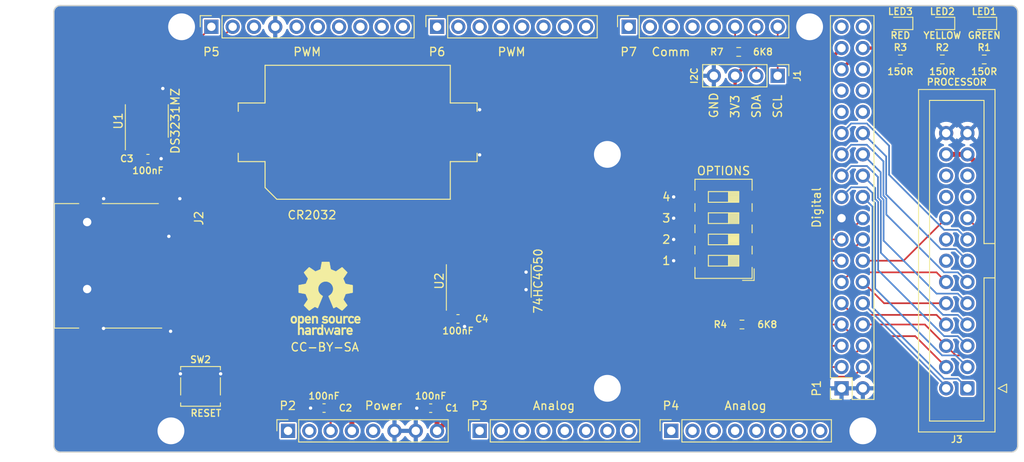
<source format=kicad_pcb>
(kicad_pcb (version 20221018) (generator pcbnew)
  (title_block (date "mar. 31 mars 2015"))
  (layers (0 "F.Cu" signal) (31 "B.Cu" signal) (34 "B.Paste" user) (35 "F.Paste" user) (36 "B.SilkS" user "B.Silkscreen") (37 "F.SilkS" user "F.Silkscreen") (38 "B.Mask" user) (39 "F.Mask" user) (44 "Edge.Cuts" user))
  (net 0 "")
  (net 1 "GND")
  (net 2 "Net-(P1-Pin_3)")
  (net 3 "Net-(P1-Pin_4)")
  (net 4 "Net-(J2-DAT0)")
  (net 5 "Net-(P1-Pin_6)")
  (net 6 "OPTION_1")
  (net 7 "OPTION_3")
  (net 8 "OPTION_2")
  (net 9 "OPTION_4")
  (net 10 "DATA_1")
  (net 11 "DATA_0")
  (net 12 "DATA_3")
  (net 13 "DATA_2")
  (net 14 "DATA_5")
  (net 15 "DATA_4")
  (net 16 "DATA_7")
  (net 17 "DATA_6")
  (net 22 "Net-(P1-Pin_31)")
  (net 24 "Net-(P1-Pin_33)")
  (net 25 "Net-(P1-Pin_34)")
  (net 27 "+5V")
  (net 29 "Net-(P2-Pin_3)")
  (net 30 "+8V")
  (net 47 "Net-(P5-Pin_1)")
  (net 48 "Net-(P5-Pin_2)")
  (net 60 "+3V3")
  (net 70 "Net-(J2-DET)")
  (net 74 "Net-(BT1-+)")
  (net 75 "Net-(J1-Pin_2)")
  (net 76 "Net-(J1-Pin_1)")
  (net 77 "Net-(J2-DAT3{slash}CD)")
  (net 78 "Net-(J2-CMD)")
  (net 79 "Net-(J2-CLK)")
  (net 80 "Net-(U2-Pad10)")
  (net 84 "Net-(U2-Pad12)")
  (net 85 "Net-(J3-Pin_2)")
  (net 86 "Net-(J3-Pin_4)")
  (net 87 "Net-(J3-Pin_17)")
  (net 88 "Net-(J3-Pin_8)")
  (net 89 "Net-(J3-Pin_10)")
  (net 90 "Net-(J3-Pin_12)")
  (net 93 "Net-(J3-Pin_18)")
  (net 100 "Net-(LED1-K)")
  (net 101 "Net-(LED2-K)")
  (net 102 "Net-(LED3-K)")
  (footprint "Connector_PinSocket_2.54mm:PinSocket_2x18_P2.54mm_Vertical" (layer "F.Cu") (at 193.98 92.38 180)
    (fp_text reference "P1" hide)
    (fp_text value "Digital")
  )
  (footprint "Connector_PinSocket_2.54mm:PinSocket_1x08_P2.54mm_Vertical" (layer "F.Cu") (at 127.94 97.46 90)
    (fp_text reference "P2" hide)
    (fp_text value "Power")
  )
  (footprint "Connector_PinSocket_2.54mm:PinSocket_1x08_P2.54mm_Vertical" (layer "F.Cu") (at 150.8 97.46 90)
    (fp_text reference "P3" hide)
    (fp_text value "Analog")
  )
  (footprint "Connector_PinSocket_2.54mm:PinSocket_1x08_P2.54mm_Vertical" (layer "F.Cu") (at 173.66 97.46 90)
    (fp_text reference "P4" hide)
    (fp_text value "Analog")
  )
  (footprint "Connector_PinSocket_2.54mm:PinSocket_1x10_P2.54mm_Vertical" (layer "F.Cu") (at 118.796 49.2 90)
    (fp_text reference "P5" hide)
    (fp_text value "PWM")
  )
  (footprint "Connector_PinSocket_2.54mm:PinSocket_1x08_P2.54mm_Vertical" (layer "F.Cu") (at 145.72 49.2 90)
    (fp_text reference "P6" hide)
    (fp_text value "PWM")
  )
  (footprint "Connector_PinSocket_2.54mm:PinSocket_1x08_P2.54mm_Vertical" (layer "F.Cu") (at 168.58 49.2 90)
    (fp_text reference "P7" hide)
    (fp_text value "Comm")
  )
  (footprint "Package_SO:SOP-16_3.9x9.9mm_P1.27mm" (layer "F.Cu") (at 151.89 79.56 90)
    (fp_text reference "U2")
    (fp_text value "74HC4050")
  )
  (footprint "Resistor_SMD:R_0603_1608Metric" (layer "F.Cu") (at 211 53.1 180)
    (fp_text reference "R1")
    (fp_text value "150R")
  )
  (footprint "Arduino_MountingHole:MountingHole_3.2mm" (layer "F.Cu") (at 196.52 97.46)
    (fp_text reference "MH6" hide)
    (fp_text value "MountingHole_3.2mm" hide)
  )
  (footprint "Battery-CR2032:BAT_CR2032-BS-06-B" (layer "F.Cu") (at 136.25 61.8)
    (fp_text reference "BT1" hide)
    (fp_text value "CR2032")
  )
  (footprint "Package_SO:SOIC-8_3.9x4.9mm_P1.27mm" (layer "F.Cu") (at 111.09 60.45 90)
    (fp_text reference "U1")
    (fp_text value "DS3231MZ")
  )
  (footprint "Button-Switch:SW_SPST_TL3305A" (layer "F.Cu") (at 117.5 92.15)
    (fp_text reference "SW2")
    (fp_text value "RESET")
  )
  (footprint "Micro-SD:SD_Card_Holder_SMD_WQ21801-B2180-7F" (layer "F.Cu") (at 114.975 77.475 -90)
    (fp_text reference "J2")
    (fp_text value "Micro SD Card Connector")
  )
  (footprint "LED_SMD:LED_0603_1608Metric" (layer "F.Cu") (at 206 48.8 180)
    (fp_text reference "LED2")
    (fp_text value "YELLOW")
  )
  (footprint "DIP-Switch:SW_DIP_SPSTx04_Slide_6x10.22_P2.54mm_DSIC04LSGET" (layer "F.Cu") (at 179.9 73.33 180)
    (fp_text reference "SW1" hide)
    (fp_text value "OPTIONS")
  )
  (footprint "Arduino_MountingHole:MountingHole_3.2mm" (layer "F.Cu") (at 115.24 49.2)
    (fp_text reference "MH1" hide)
    (fp_text value "MountingHole_3.2mm" hide)
  )
  (footprint "Resistor_SMD:R_0603_1608Metric" (layer "F.Cu") (at 182.1 84.76)
    (fp_text reference "R4")
    (fp_text value "6K8")
  )
  (footprint "Connector_PinHeader_2.54mm:PinHeader_1x04_P2.54mm_Vertical" (layer "F.Cu") (at 186.36 55.05 -90)
    (fp_text reference "J1")
    (fp_text value "I2C")
  )
  (footprint "Capacitor_SMD:C_0603_1608Metric" (layer "F.Cu") (at 111.225 64.95)
    (fp_text reference "C3")
    (fp_text value "100nF")
  )
  (footprint "Connector_IDC:IDC-Header_2x13_P2.54mm_Vertical" (layer "F.Cu") (at 209 92.38 180)
    (fp_text reference "J3")
    (fp_text value "PROCESSOR")
  )
  (footprint "Resistor_SMD:R_0603_1608Metric" (layer "F.Cu") (at 206 53.1 180)
    (fp_text reference "R2")
    (fp_text value "150R")
  )
  (footprint "LED_SMD:LED_0603_1608Metric" (layer "F.Cu") (at 211 48.8 180)
    (fp_text reference "LED1")
    (fp_text value "GREEN")
  )
  (footprint "Resistor_SMD:R_0603_1608Metric" (layer "F.Cu") (at 181.71 52.2 180)
    (fp_text reference "R7")
    (fp_text value "6K8")
  )
  (footprint "Resistor_SMD:R_0603_1608Metric" (layer "F.Cu") (at 201 53.1 180)
    (fp_text reference "R3")
    (fp_text value "150R")
  )
  (footprint "Capacitor_SMD:C_0603_1608Metric" (layer "F.Cu") (at 132.24 94.74 180)
    (fp_text reference "C2")
    (fp_text value "100nF")
  )
  (footprint "LED_SMD:LED_0603_1608Metric" (layer "F.Cu") (at 201 48.8 180)
    (fp_text reference "LED3")
    (fp_text value "RED")
  )
  (footprint "Arduino_MountingHole:MountingHole_3.2mm" (layer "F.Cu") (at 113.97 97.46)
    (fp_text reference "MH2" hide)
    (fp_text value "MountingHole_3.2mm" hide)
  )
  (footprint "Arduino_MountingHole:MountingHole_3.2mm" (layer "F.Cu") (at 166.04 64.44)
    (fp_text reference "MH3" hide)
    (fp_text value "MountingHole_3.2mm" hide)
  )
  (footprint "Capacitor_SMD:C_0603_1608Metric" (layer "F.Cu") (at 148.22 84.09)
    (fp_text reference "C4")
    (fp_text value "100nF")
  )
  (footprint "Arduino_MountingHole:MountingHole_3.2mm" (layer "F.Cu") (at 166.04 92.38)
    (fp_text reference "MH4" hide)
    (fp_text value "MountingHole_3.2mm" hide)
  )
  (footprint "Arduino_MountingHole:MountingHole_3.2mm" (layer "F.Cu") (at 190.17 49.2)
    (fp_text reference "MH5" hide)
    (fp_text value "MountingHole_3.2mm" hide)
  )
  (footprint "Capacitor_SMD:C_0603_1608Metric" (layer "F.Cu") (at 144.96 94.75 180)
    (fp_text reference "C1")
    (fp_text value "100nF")
  )
  (gr_poly (pts (xy 135.518711 83.750015) (xy 135.530776 83.750561) (xy 135.542681 83.751463) (xy 135.554427 83.752712) (xy 135.577435 83.756226) (xy 135.599799 83.761046) (xy 135.621514 83.767115) (xy 135.642579 83.774376) (xy 135.66299 83.782771) (xy 135.682744 83.792243) (xy 135.701838 83.802734) (xy 135.72027 83.814188) (xy 135.738037 83.826546) (xy 135.755135 83.839752) (xy 135.771563 83.853748) (xy 135.787316 83.868477) (xy 135.802392 83.883882) (xy 135.816789 83.899904) (xy 135.688912 84.014156) (xy 135.680713 84.004429) (xy 135.672084 83.995095) (xy 135.663038 83.986185) (xy 135.653589 83.977733) (xy 135.643749 83.969771) (xy 135.63353 83.962331) (xy 135.622946 83.955445) (xy 135.61201 83.949146) (xy 135.600734 83.943467) (xy 135.589131 83.93844) (xy 135.577214 83.934097) (xy 135.564996 83.930472) (xy 135.55249 83.927595) (xy 135.539708 83.9255) (xy 135.526664 83.924219) (xy 135.51337 83.923785) (xy 135.487515 83.924731) (xy 135.463056 83.927597) (xy 135.451362 83.929764) (xy 135.44003 83.932426) (xy 135.429067 83.93559) (xy 135.418476 83.93926) (xy 135.408263 83.943442) (xy 135.398431 83.948141) (xy 135.388986 83.953363) (xy 135.379932 83.959113) (xy 135.371274 83.965395) (xy 135.363016 83.972216) (xy 135.355164 83.979581) (xy 135.347722 83.987495) (xy 135.340695 83.995963) (xy 135.334087 84.004991) (xy 135.327903 84.014584) (xy 135.322148 84.024747) (xy 135.316826 84.035486) (xy 135.311943 84.046805) (xy 135.307502 84.058711) (xy 135.303509 84.071208) (xy 135.299968 84.084302) (xy 135.296884 84.097998) (xy 135.294261 84.112302) (xy 135.292105 84.127218) (xy 135.289211 84.15891) (xy 135.288237 84.193116) (xy 135.288482 84.210392) (xy 135.289211 84.227044) (xy 135.290421 84.243076) (xy 135.292107 84.258494) (xy 135.294264 84.273303) (xy 135.296888 84.287507) (xy 135.299973 84.301111) (xy 135.303516 84.314121) (xy 135.30751 84.326541) (xy 135.311952 84.338377) (xy 135.316837 84.349633) (xy 135.322161 84.360315) (xy 135.327917 84.370427) (xy 135.334102 84.379974) (xy 135.340712 84.388962) (xy 135.34774 84.397395) (xy 135.355183 84.405279) (xy 135.363036 84.412618) (xy 135.371294 84.419416) (xy 135.379953 84.425681) (xy 135.389007 84.431415) (xy 135.398452 84.436625) (xy 135.408284 84.441315) (xy 135.418497 84.44549) (xy 135.429086 84.449155) (xy 135.440048 84.452316) (xy 135.451378 84.454976) (xy 135.46307 84.457142) (xy 135.475119 84.458817) (xy 135.487523 84.460008) (xy 135.500274 84.460719) (xy 135.51337 84.460955) (xy 135.520047 84.460846) (xy 135.526664 84.460521) (xy 135.533217 84.459984) (xy 135.539706 84.45924) (xy 135.552486 84.457145) (xy 135.56499 84.454268) (xy 135.577205 84.450642) (xy 135.589119 84.4463) (xy 135.600718 84.441273) (xy 135.611992 84.435594) (xy 135.622926 84.429295) (xy 135.633509 84.422409) (xy 135.643727 84.414969) (xy 135.653569 84.407007) (xy 135.66302 84.398555) (xy 135.67207 84.389645) (xy 135.680705 84.380311) (xy 135.688912 84.370584) (xy 135.816789 84.484835) (xy 135.802401 84.500833) (xy 135.787332 84.516217) (xy 135.771585 84.530929) (xy 135.755163 84.544911) (xy 135.738068 84.558107) (xy 135.720304 84.570458) (xy 135.701874 84.581906) (xy 135.68278 84.592394) (xy 135.663025 84.601864) (xy 135.642613 84.610259) (xy 135.621545 84.617521) (xy 135.599826 84.623591) (xy 135.577457 84.628413) (xy 135.554442 84.631929) (xy 135.530784 84.634081) (xy 135.506486 84.634811) (xy 135.46921 84.633318) (xy 135.432366 84.628776) (xy 135.396225 84.621094) (xy 135.36106 84.610177) (xy 135.343929 84.603477) (xy 135.327144 84.595934) (xy 135.310739 84.587536) (xy 135.294748 84.578271) (xy 135.279206 84.568128) (xy 135.264145 84.557095) (xy 135.249602 84.545161) (xy 135.235608 84.532313) (xy 135.222199 84.518542) (xy 135.209408 84.503833) (xy 135.19727 84.488178) (xy 135.185818 84.471562) (xy 135.175087 84.453976) (xy 135.16511 84.435407) (xy 135.155922 84.415844) (xy 135.147556 84.395274) (xy 135.140048 84.373688) (xy 135.13343 84.351072) (xy 135.127736 84.327415) (xy 135.123002 84.302707) (xy 135.11926 84.276934) (xy 135.116546 84.250085) (xy 135.114892 84.22215) (xy 135.114333 84.193116) (xy 135.114892 84.163946) (xy 135.116546 84.135882) (xy 135.11926 84.108914) (xy 135.123002 84.083028) (xy 135.127736 84.058214) (xy 135.13343 84.034459) (xy 135.140048 84.011751) (xy 135.147556 83.990079) (xy 135.155922 83.969431) (xy 135.16511 83.949795) (xy 135.175087 83.931159) (xy 135.185818 83.913511) (xy 135.19727 83.896839) (xy 135.209408 83.881132) (xy 135.222199 83.866378) (xy 135.235608 83.852564) (xy 135.249602 83.83968) (xy 135.264145 83.827712) (xy 135.279206 83.81665) (xy 135.294748 83.806481) (xy 135.310739 83.797194) (xy 135.327144 83.788777) (xy 135.343929 83.781217) (xy 135.36106 83.774504) (xy 135.378504 83.768625) (xy 135.396225 83.763568) (xy 135.41419 83.759321) (xy 135.432366 83.755873) (xy 135.450717 83.753212) (xy 135.46921 83.751326) (xy 135.506486 83.749832)) (stroke (width 0.048146)) (fill solid) (layer "F.SilkS"))
  (gr_poly (pts (xy 130.324399 83.750245) (xy 130.342046 83.751476) (xy 130.359492 83.753515) (xy 130.376711 83.756349) (xy 130.393678 83.759969) (xy 130.410368 83.764364) (xy 130.426754 83.769523) (xy 130.44281 83.775434) (xy 130.458513 83.782087) (xy 130.473835 83.789471) (xy 130.488751 83.797575) (xy 130.503236 83.806388) (xy 130.517263 83.8159) (xy 130.530809 83.826098) (xy 130.543845 83.836974) (xy 130.556349 83.848515) (xy 130.568292 83.86071) (xy 130.579651 83.873549) (xy 130.590399 83.887021) (xy 130.600511 83.901115) (xy 130.609961 83.91582) (xy 130.618724 83.931125) (xy 130.626773 83.947019) (xy 130.634084 83.963492) (xy 130.640631 83.980532) (xy 130.646388 83.998128) (xy 130.651329 84.01627) (xy 130.655429 84.034947) (xy 130.658663 84.054147) (xy 130.661005 84.07386) (xy 130.662428 84.094076) (xy 130.662909 84.114782) (xy 130.662909 84.258018) (xy 130.124102 84.258018) (xy 130.124355 84.271083) (xy 130.125108 84.283739) (xy 130.12635 84.295984) (xy 130.128072 84.307819) (xy 130.130263 84.319242) (xy 130.132914 84.330255) (xy 130.136014 84.340856) (xy 130.139554 84.351045) (xy 130.143524 84.360822) (xy 130.147913 84.370187) (xy 130.152712 84.379139) (xy 130.157911 84.387677) (xy 130.1635 84.395803) (xy 130.169468 84.403514) (xy 130.175806 84.410812) (xy 130.182504 84.417695) (xy 130.189551 84.424163) (xy 130.196939 84.430217) (xy 130.204656 84.435855) (xy 130.212693 84.441077) (xy 130.22104 84.445883) (xy 130.229687 84.450274) (xy 130.238624 84.454247) (xy 130.247841 84.457804) (xy 130.257328 84.460943) (xy 130.267075 84.463665) (xy 130.277072 84.465969) (xy 130.287309 84.467855) (xy 130.297776 84.469322) (xy 130.308463 84.47037) (xy 130.31936 84.471) (xy 130.330458 84.47121) (xy 130.342978 84.470852) (xy 130.355581 84.469786) (xy 130.368228 84.468026) (xy 130.380883 84.465584) (xy 130.393507 84.462472) (xy 130.406064 84.458703) (xy 130.418516 84.454289) (xy 130.430825 84.449243) (xy 130.442954 84.443578) (xy 130.454866 84.437305) (xy 130.466523 84.430438) (xy 130.477887 84.42299) (xy 130.488922 84.414972) (xy 130.499589 84.406397) (xy 130.509852 84.397278) (xy 130.519673 84.387628) (xy 130.645865 84.494994) (xy 130.629583 84.512862) (xy 130.612733 84.529395) (xy 130.595344 84.54462) (xy 130.577447 84.558561) (xy 130.559071 84.571244) (xy 130.540245 84.582692) (xy 130.521 84.592932) (xy 130.501365 84.601988) (xy 130.481371 84.609885) (xy 130.461046 84.616648) (xy 130.44042 84.622302) (xy 130.419524 84.626872) (xy 130.398387 84.630383) (xy 130.377039 84.63286) (xy 130.355509 84.634328) (xy 130.333828 84.634811) (xy 130.300298 84.633767) (xy 130.266433 84.630453) (xy 130.232578 84.624601) (xy 130.199077 84.61594) (xy 130.166276 84.604202) (xy 130.150246 84.597095) (xy 130.13452 84.589118) (xy 130.11914 84.580236) (xy 130.104151 84.570416) (xy 130.089596 84.559625) (xy 130.075516 84.547829) (xy 130.061957 84.534994) (xy 130.04896 84.521086) (xy 130.036568 84.506072) (xy 130.024825 84.489918) (xy 130.013774 84.472591) (xy 130.003458 84.454056) (xy 129.993921 84.434281) (xy 129.985204 84.41323) (xy 129.977351 84.390872) (xy 129.970405 84.367171) (xy 129.96441 84.342094) (xy 129.959409 84.315609) (xy 129.955443 84.28768) (xy 129.952558 84.258274) (xy 129.950795 84.227358) (xy 129.950197 84.194898) (xy 129.950745 84.16407) (xy 129.952363 84.13455) (xy 129.954213 84.11483) (xy 130.124102 84.11483) (xy 130.489004 84.11483) (xy 130.488322 84.102693) (xy 130.487238 84.090917) (xy 130.48576 84.079505) (xy 130.483896 84.068459) (xy 130.481654 84.057779) (xy 130.479041 84.047467) (xy 130.476065 84.037524) (xy 130.472734 84.027953) (xy 130.469056 84.018755) (xy 130.465038 84.009931) (xy 130.460689 84.001483) (xy 130.456017 83.993412) (xy 130.451028 83.98572) (xy 130.445731 83.978408) (xy 130.440133 83.971478) (xy 130.434243 83.964932) (xy 130.428068 83.958771) (xy 130.421617 83.952996) (xy 130.414896 83.947609) (xy 130.407913 83.942611) (xy 130.400677 83.938005) (xy 130.393196 83.933791) (xy 130.385476 83.929971) (xy 130.377526 83.926547) (xy 130.369354 83.92352) (xy 130.360967 83.920891) (xy 130.352373 83.918663) (xy 130.343581 83.916837) (xy 130.334597 83.915413) (xy 130.32543 83.914395) (xy 130.316087 83.913782) (xy 130.306577 83.913578) (xy 130.297062 83.913782) (xy 130.287705 83.914395) (xy 130.278515 83.915413) (xy 130.269502 83.916837) (xy 130.260673 83.918663) (xy 130.252038 83.920891) (xy 130.243605 83.92352) (xy 130.235384 83.926547) (xy 130.227381 83.929971) (xy 130.219608 83.933791) (xy 130.212072 83.938005) (xy 130.204781 83.942611) (xy 130.197746 83.947609) (xy 130.190974 83.952996) (xy 130.184474 83.958771) (xy 130.178255 83.964932) (xy 130.172326 83.971479) (xy 130.166695 83.978408) (xy 130.161372 83.98572) (xy 130.156364 83.993412) (xy 130.151681 84.001483) (xy 130.147332 84.009931) (xy 130.143325 84.018755) (xy 130.139669 84.027954) (xy 130.136372 84.037525) (xy 130.133444 84.047467) (xy 130.130893 84.057779) (xy 130.128728 84.068459) (xy 130.126958 84.079505) (xy 130.125591 84.090917) (xy 130.124636 84.102693) (xy 130.124102 84.11483) (xy 129.954213 84.11483) (xy 129.955012 84.106315) (xy 129.958654 84.079343) (xy 129.96325 84.053613) (xy 129.968761 84.029104) (xy 129.975149 84.005794) (xy 129.982374 83.983662) (xy 129.990399 83.962685) (xy 129.999184 83.942844) (xy 130.008691 83.924115) (xy 130.018882 83.906478) (xy 130.029716 83.889911) (xy 130.041157 83.874392) (xy 130.053165 83.8599) (xy 130.065701 83.846414) (xy 130.078726 83.833912) (xy 130.092203 83.822373) (xy 130.106093 83.811774) (xy 130.120355 83.802095) (xy 130.134953 83.793314) (xy 130.149848 83.785409) (xy 130.164999 83.778359) (xy 130.18037 83.772143) (xy 130.195921 83.766738) (xy 130.211614 83.762124) (xy 130.22741 83.758279) (xy 130.243269 83.755181) (xy 130.275027 83.751141) (xy 130.306577 83.749833)) (stroke (width 0.048146)) (fill solid) (layer "F.SilkS"))
  (gr_poly (pts (xy 132.11876 85.990084) (xy 131.944855 85.990084) (xy 131.944855 85.899714) (xy 131.934331 85.910666) (xy 131.923231 85.92115) (xy 131.911582 85.931133) (xy 131.899407 85.940582) (xy 131.886732 85.949464) (xy 131.873582 85.957746) (xy 131.859981 85.965395) (xy 131.845956 85.972378) (xy 131.831531 85.978663) (xy 131.81673 85.984217) (xy 131.80158 85.989006) (xy 131.786105 85.992999) (xy 131.77033 85.996161) (xy 131.75428 85.998461) (xy 131.73798 85.999864) (xy 131.721455 86.00034) (xy 131.711628 86.000201) (xy 131.701971 85.999787) (xy 131.692483 85.999106) (xy 131.683164 85.998161) (xy 131.674014 85.996959) (xy 131.665033 85.995505) (xy 131.656219 85.993805) (xy 131.647574 85.991864) (xy 131.639096 85.989689) (xy 131.630785 85.987284) (xy 131.622641 85.984656) (xy 131.614664 85.98181) (xy 131.606852 85.978751) (xy 131.599207 85.975486) (xy 131.584412 85.968358) (xy 131.570278 85.96047) (xy 131.5568 85.951868) (xy 131.543976 85.942597) (xy 131.531804 85.932701) (xy 131.520282 85.922225) (xy 131.509405 85.911216) (xy 131.499173 85.899716) (xy 131.489582 85.887773) (xy 131.481022 85.876283) (xy 131.473232 85.864678) (xy 131.466182 85.852718) (xy 131.459842 85.840167) (xy 131.454181 85.826788) (xy 131.449171 85.812342) (xy 131.44478 85.796594) (xy 131.440979 85.779305) (xy 131.437737 85.760238) (xy 131.435026 85.739156) (xy 131.432813 85.715822) (xy 131.431071 85.689997) (xy 131.428874 85.62993) (xy 131.428196 85.557056) (xy 131.428196 85.557055) (xy 131.6021 85.557055) (xy 131.602236 85.582271) (xy 131.602786 85.607291) (xy 131.603966 85.631916) (xy 131.60599 85.65595) (xy 131.609073 85.679194) (xy 131.611078 85.690458) (xy 131.613429 85.701452) (xy 131.616153 85.712149) (xy 131.619275 85.722526) (xy 131.622823 85.732558) (xy 131.626824 85.74222) (xy 131.631304 85.751487) (xy 131.636291 85.760335) (xy 131.641811 85.768739) (xy 131.647891 85.776675) (xy 131.654559 85.784118) (xy 131.66184 85.791042) (xy 131.669762 85.797425) (xy 131.678351 85.80324) (xy 131.687635 85.808463) (xy 131.69764 85.81307) (xy 131.708393 85.817036) (xy 131.719921 85.820336) (xy 131.732251 85.822946) (xy 131.74541 85.82484) (xy 131.759424 85.825995) (xy 131.77432 85.826386) (xy 131.789064 85.825971) (xy 131.802934 85.824747) (xy 131.815959 85.822743) (xy 131.828163 85.819989) (xy 131.839575 85.816512) (xy 131.850219 85.812344) (xy 131.860124 85.807513) (xy 131.869315 85.802048) (xy 131.877819 85.79598) (xy 131.885663 85.789336) (xy 131.892873 85.782146) (xy 131.899475 85.774441) (xy 131.905497 85.766248) (xy 131.910964 85.757598) (xy 131.915904 85.74852) (xy 131.920342 85.739042) (xy 131.924306 85.729195) (xy 131.927822 85.719007) (xy 131.933615 85.697728) (xy 131.937934 85.675439) (xy 131.940992 85.652375) (xy 131.943 85.62877) (xy 131.944172 85.604859) (xy 131.944855 85.557056) (xy 131.94472 85.533529) (xy 131.944172 85.5098) (xy 131.943 85.486104) (xy 131.940992 85.462679) (xy 131.937934 85.439764) (xy 131.935945 85.428571) (xy 131.933615 85.417595) (xy 131.930916 85.406864) (xy 131.927822 85.39641) (xy 131.924306 85.38626) (xy 131.920342 85.376446) (xy 131.915904 85.366997) (xy 131.910964 85.357942) (xy 131.905497 85.349311) (xy 131.899475 85.341134) (xy 131.892873 85.33344) (xy 131.885663 85.32626) (xy 131.87782 85.319623) (xy 131.869315 85.313558) (xy 131.860124 85.308096) (xy 131.85022 85.303265) (xy 131.839575 85.299096) (xy 131.828163 85.295619) (xy 131.815959 85.292863) (xy 131.802934 85.290857) (xy 131.789064 85.289632) (xy 131.77432 85.289217) (xy 131.77432 85.289216) (xy 131.759424 85.289607) (xy 131.74541 85.290762) (xy 131.732251 85.292657) (xy 131.719921 85.295267) (xy 131.708393 85.298566) (xy 131.69764 85.30253) (xy 131.687635 85.307134) (xy 131.678351 85.312352) (xy 131.669762 85.31816) (xy 131.66184 85.324533) (xy 131.654559 85.331446) (xy 131.647891 85.338873) (xy 131.641811 85.346791) (xy 131.636291 85.355173) (xy 131.631304 85.363995) (xy 131.626824 85.373232) (xy 131.622823 85.382858) (xy 131.619275 85.39285) (xy 131.613429 85.413828) (xy 131.609073 85.435966) (xy 131.60599 85.459063) (xy 131.603966 85.482921) (xy 131.602786 85.507338) (xy 131.6021 85.557055) (xy 131.428196 85.557055) (xy 131.42836 85.519161) (xy 131.428874 85.484674) (xy 131.429768 85.453357) (xy 131.431071 85.424977) (xy 131.432813 85.399299) (xy 131.435025 85.376087) (xy 131.437737 85.355107) (xy 131.440978 85.336123) (xy 131.444779 85.318901) (xy 131.446899 85.310877) (xy 131.44917 85.303205) (xy 131.451596 85.295856) (xy 131.454181 85.2888) (xy 131.456928 85.282009) (xy 131.459841 85.275453) (xy 131.466181 85.262926) (xy 131.473232 85.250986) (xy 131.481022 85.239398) (xy 131.489582 85.227926) (xy 131.499173 85.215967) (xy 131.509405 85.204456) (xy 131.520282 85.193438) (xy 131.531804 85.182958) (xy 131.543976 85.17306) (xy 131.5568 85.163788) (xy 131.570278 85.155189) (xy 131.584413 85.147305) (xy 131.599207 85.140182) (xy 131.614664 85.133864) (xy 131.630785 85.128396) (xy 131.647574 85.123822) (xy 131.665033 85.120186) (xy 131.683164 85.117535) (xy 131.701971 85.115911) (xy 131.721455 85.11536) (xy 131.737867 85.115834) (xy 131.753859 85.117238) (xy 131.769451 85.119541) (xy 131.784663 85.122713) (xy 131.799514 85.126725) (xy 131.814026 85.131546) (xy 131.828218 85.137146) (xy 131.84211 85.143495) (xy 131.855723 85.150564) (xy 131.869075 85.158323) (xy 131.882188 85.16674) (xy 131.89508 85.175787) (xy 131.907773 85.185434) (xy 131.920287 85.19565) (xy 131.932641 85.206406) (xy 131.944855 85.217671) (xy 131.944855 84.775976) (xy 132.11876 84.775976)) (stroke (width 0.048146)) (fill solid) (layer "F.SilkS"))
  (gr_poly (pts (xy 133.824697 85.116216) (xy 133.862181 85.118854) (xy 133.897874 85.123376) (xy 133.915012 85.126375) (xy 133.931658 85.129884) (xy 133.947797 85.133914) (xy 133.963415 85.138479) (xy 133.978497 85.143592) (xy 133.993028 85.149265) (xy 134.006993 85.155512) (xy 134.020379 85.162344) (xy 134.033169 85.169775) (xy 134.04535 85.177818) (xy 134.056906 85.186485) (xy 134.067824 85.195789) (xy 134.078088 85.205743) (xy 134.087683 85.216359) (xy 134.096595 85.227651) (xy 134.10481 85.239631) (xy 134.112311 85.252313) (xy 134.119086 85.265708) (xy 134.125119 85.279829) (xy 134.130395 85.29469) (xy 134.134899 85.310303) (xy 134.138618 85.326681) (xy 134.141536 85.343837) (xy 134.143638 85.361783) (xy 134.144911 85.380532) (xy 134.145338 85.400098) (xy 134.145338 85.990084) (xy 133.971385 85.990084) (xy 133.971337 85.990085) (xy 133.971337 85.91334) (xy 133.967966 85.91334) (xy 133.960961 85.924163) (xy 133.953346 85.934232) (xy 133.94507 85.943555) (xy 133.936084 85.95214) (xy 133.926338 85.959993) (xy 133.915783 85.967124) (xy 133.904369 85.973538) (xy 133.892046 85.979245) (xy 133.878764 85.984252) (xy 133.864474 85.988566) (xy 133.849126 85.992196) (xy 133.83267 85.995148) (xy 133.815057 85.997431) (xy 133.796236 85.999052) (xy 133.776159 86.000019) (xy 133.754774 86.00034) (xy 133.736946 86.000007) (xy 133.719593 85.99902) (xy 133.702722 85.997392) (xy 133.686338 85.995137) (xy 133.670446 85.992271) (xy 133.655054 85.988807) (xy 133.640168 85.984759) (xy 133.625792 85.980143) (xy 133.611933 85.974972) (xy 133.598597 85.969261) (xy 133.58579 85.963024) (xy 133.573517 85.956276) (xy 133.561786 85.94903) (xy 133.550601 85.941302) (xy 133.539968 85.933105) (xy 133.529895 85.924455) (xy 133.520385 85.915365) (xy 133.511446 85.905849) (xy 133.503084 85.895922) (xy 133.495304 85.885599) (xy 133.488112 85.874894) (xy 133.481514 85.863821) (xy 133.475517 85.852394) (xy 133.470125 85.840628) (xy 133.465346 85.828537) (xy 133.461184 85.816136) (xy 133.457647 85.803439) (xy 133.454739 85.79046) (xy 133.452467 85.777214) (xy 133.450837 85.763715) (xy 133.449855 85.749977) (xy 133.449526 85.736015) (xy 133.449711 85.727493) (xy 133.61332 85.727493) (xy 133.613866 85.738263) (xy 133.61553 85.74881) (xy 133.618348 85.759069) (xy 133.622357 85.768975) (xy 133.624821 85.773775) (xy 133.627596 85.778462) (xy 133.630688 85.783029) (xy 133.634102 85.787466) (xy 133.637841 85.791766) (xy 133.641911 85.795921) (xy 133.646316 85.799923) (xy 133.651061 85.803763) (xy 133.656151 85.807433) (xy 133.66159 85.810926) (xy 133.667382 85.814232) (xy 133.673534 85.817345) (xy 133.680048 85.820255) (xy 133.686931 85.822955) (xy 133.694186 85.825436) (xy 133.701819 85.827691) (xy 133.718234 85.831488) (xy 133.736214 85.83428) (xy 133.755796 85.836004) (xy 133.777018 85.836593) (xy 133.803083 85.836388) (xy 133.826978 85.835672) (xy 133.84877 85.834291) (xy 133.868526 85.832095) (xy 133.877662 85.830643) (xy 133.886315 85.828929) (xy 133.894492 85.826935) (xy 133.902203 85.824642) (xy 133.909455 85.82203) (xy 133.916258 85.81908) (xy 133.922619 85.815774) (xy 133.928547 85.812092) (xy 133.93405 85.808016) (xy 133.939138 85.803525) (xy 133.943817 85.798601) (xy 133.948097 85.793226) (xy 133.951987 85.787379) (xy 133.955494 85.781042) (xy 133.958627 85.774196) (xy 133.961395 85.766822) (xy 133.963805 85.7589) (xy 133.965866 85.750412) (xy 133.967588 85.741339) (xy 133.968977 85.73166) (xy 133.970043 85.721359) (xy 133.970794 85.710414) (xy 133.971239 85.698808) (xy 133.971385 85.686521) (xy 133.971386 85.623401) (xy 133.763393 85.623401) (xy 133.753961 85.62352) (xy 133.744847 85.623876) (xy 133.73605 85.624466) (xy 133.72757 85.625285) (xy 133.719404 85.62633) (xy 133.711551 85.627598) (xy 133.704011 85.629086) (xy 133.696781 85.630789) (xy 133.689862 85.632705) (xy 133.68325 85.63483) (xy 133.676946 85.637161) (xy 133.670948 85.639693) (xy 133.665254 85.642425) (xy 133.659864 85.645352) (xy 133.654777 85.64847) (xy 133.64999 85.651777) (xy 133.645503 85.655269) (xy 133.641314 85.658942) (xy 133.637423 85.662794) (xy 133.633828 85.66682) (xy 133.630527 85.671017) (xy 133.62752 85.675381) (xy 133.624805 85.67991) (xy 133.622382 85.6846) (xy 133.620248 85.689447) (xy 133.618402 85.694448) (xy 133.616844 85.6996) (xy 133.615572 85.704898) (xy 133.614585 85.71034) (xy 133.613882 85.715922) (xy 133.61346 85.721641) (xy 133.61332 85.727493) (xy 133.449711 85.727493) (xy 133.449806 85.723133) (xy 133.450645 85.710387) (xy 133.452042 85.697797) (xy 133.453996 85.685379) (xy 133.456506 85.673152) (xy 133.459571 85.661133) (xy 133.46319 85.649341) (xy 133.467362 85.637792) (xy 133.472087 85.626506) (xy 133.477362 85.615499) (xy 133.483188 85.60479) (xy 133.489563 85.594397) (xy 133.496486 85.584336) (xy 133.503957 85.574627) (xy 133.511974 85.565287) (xy 133.520536 85.556333) (xy 133.529643 85.547784) (xy 133.539292 85.539657) (xy 133.549485 85.53197) (xy 133.560218 85.524742) (xy 133.571492 85.517989) (xy 133.583306 85.51173) (xy 133.595658 85.505983) (xy 133.608547 85.500764) (xy 133.621973 85.496093) (xy 133.635934 85.491987) (xy 133.65043 85.488464) (xy 133.66546 85.485541) (xy 133.681022 85.483237) (xy 133.697116 85.481569) (xy 133.71374 85.480555) (xy 133.730894 85.480213) (xy 133.971337 85.480213) (xy 133.971337 85.389843) (xy 133.970713 85.375117) (xy 133.969927 85.368207) (xy 133.968822 85.361593) (xy 133.967393 85.35527) (xy 133.965637 85.349234) (xy 133.963551 85.343482) (xy 133.961131 85.338008) (xy 133.958374 85.332808) (xy 133.955276 85.327878) (xy 133.951834 85.323214) (xy 133.948044 85.318812) (xy 133.943903 85.314666) (xy 133.939408 85.310773) (xy 133.934555 85.307128) (xy 133.929341 85.303727) (xy 133.923762 85.300566) (xy 133.917814 85.29764) (xy 133.904801 85.292477) (xy 133.890274 85.288203) (xy 133.874206 85.284784) (xy 133.856568 85.282185) (xy 133.837334 85.280371) (xy 133.816475 85.279308) (xy 133.793965 85.278962) (xy 133.777572 85.279166) (xy 133.762247 85.279795) (xy 133.747937 85.280869) (xy 133.73459 85.282412) (xy 133.728261 85.283366) (xy 133.722153 85.284446) (xy 133.71626 85.285654) (xy 133.710574 85.286992) (xy 133.705089 85.288465) (xy 133.699799 85.290074) (xy 133.694697 85.291822) (xy 133.689777 85.293712) (xy 133.685031 85.295748) (xy 133.680454 85.297931) (xy 133.676038 85.300264) (xy 133.671778 85.30275) (xy 133.667666 85.305393) (xy 133.663697 85.308194) (xy 133.659862 85.311157) (xy 133.656157 85.314284) (xy 133.652574 85.317578) (xy 133.649106 85.321042) (xy 133.645748 85.324678) (xy 133.642492 85.32849) (xy 133.639333 85.33248) (xy 133.636262 85.336651) (xy 133.633275 85.341006) (xy 133.630364 85.345548) (xy 133.493917 85.241552) (xy 133.506726 85.224948) (xy 133.520223 85.209672) (xy 133.534417 85.195687) (xy 133.549314 85.182958) (xy 133.564921 85.17145) (xy 133.581246 85.161127) (xy 133.598295 85.151955) (xy 133.616076 85.143899) (xy 133.634597 85.136922) (xy 133.653863 85.13099) (xy 133.673884 85.126067) (xy 133.694665 85.122118) (xy 133.716214 85.119109) (xy 133.738538 85.117002) (xy 133.761644 85.115765) (xy 133.785539 85.11536)) (stroke (width 0.048146)) (fill solid) (layer "F.SilkS"))
  (gr_poly (pts (xy 135.29696 85.115726) (xy 135.314606 85.116957) (xy 135.332051 85.118995) (xy 135.34927 85.121829) (xy 135.366236 85.125449) (xy 135.382924 85.129844) (xy 135.399308 85.135002) (xy 135.415363 85.140913) (xy 135.431064 85.147565) (xy 135.446384 85.154948) (xy 135.461298 85.163051) (xy 135.475781 85.171863) (xy 135.489806 85.181374) (xy 135.503349 85.191571) (xy 135.516384 85.202444) (xy 135.528885 85.213983) (xy 135.540826 85.226176) (xy 135.552183 85.239013) (xy 135.562928 85.252482) (xy 135.573038 85.266572) (xy 135.582486 85.281273) (xy 135.591247 85.296574) (xy 135.599294 85.312464) (xy 135.606604 85.328932) (xy 135.613149 85.345966) (xy 135.618904 85.363557) (xy 135.623844 85.381693) (xy 135.627943 85.400363) (xy 135.631176 85.419556) (xy 135.633517 85.439262) (xy 135.634941 85.459469) (xy 135.635421 85.480166) (xy 135.635421 85.623498) (xy 135.096711 85.623499) (xy 135.096964 85.636556) (xy 135.097716 85.649203) (xy 135.098958 85.661441) (xy 135.100678 85.673268) (xy 135.102869 85.684686) (xy 135.105518 85.695692) (xy 135.108617 85.706287) (xy 135.112156 85.716471) (xy 135.116123 85.726244) (xy 135.120511 85.735604) (xy 135.125308 85.744551) (xy 135.130505 85.753086) (xy 135.136091 85.761208) (xy 135.142057 85.768917) (xy 135.148393 85.776212) (xy 135.155089 85.783092) (xy 135.162134 85.789559) (xy 135.169519 85.79561) (xy 135.177234 85.801246) (xy 135.185269 85.806467) (xy 135.193615 85.811273) (xy 135.20226 85.815662) (xy 135.211195 85.819635) (xy 135.22041 85.82319) (xy 135.229895 85.826329) (xy 135.23964 85.829051) (xy 135.249636 85.831354) (xy 135.259872 85.83324) (xy 135.270338 85.834707) (xy 135.281024 85.835756) (xy 135.291921 85.836385) (xy 135.303018 85.836595) (xy 135.315522 85.836238) (xy 135.328112 85.835175) (xy 135.340749 85.83342) (xy 135.353396 85.830982) (xy 135.366015 85.827876) (xy 135.37857 85.824113) (xy 135.391021 85.819705) (xy 135.403331 85.814664) (xy 135.415463 85.809002) (xy 135.42738 85.802732) (xy 135.439042 85.795865) (xy 135.450414 85.788415) (xy 135.461456 85.780392) (xy 135.472132 85.771809) (xy 135.482404 85.762678) (xy 135.492234 85.753012) (xy 135.618426 85.860475) (xy 135.602144 85.878342) (xy 135.585294 85.894876) (xy 135.567906 85.9101) (xy 135.550009 85.924042) (xy 135.531633 85.936724) (xy 135.512809 85.948173) (xy 135.493565 85.958412) (xy 135.473932 85.967468) (xy 135.45394 85.975365) (xy 135.433618 85.982128) (xy 135.412997 85.987782) (xy 135.392105 85.992352) (xy 135.370974 85.995863) (xy 135.349632 85.99834) (xy 135.32811 85.999808) (xy 135.306437 86.000292) (xy 135.272898 85.999247) (xy 135.239025 85.995933) (xy 135.205164 85.99008) (xy 135.171658 85.981419) (xy 135.138853 85.96968) (xy 135.12282 85.962572) (xy 135.107092 85.954593) (xy 135.091711 85.94571) (xy 135.07672 85.935889) (xy 135.062163 85.925096) (xy 135.048083 85.913297) (xy 135.034522 85.90046) (xy 135.021524 85.886549) (xy 135.009132 85.871532) (xy 134.997388 85.855375) (xy 134.986337 85.838044) (xy 134.97602 85.819505) (xy 134.966482 85.799725) (xy 134.957765 85.77867) (xy 134.949912 85.756306) (xy 134.942966 85.7326) (xy 134.936971 85.707517) (xy 134.931969 85.681025) (xy 134.928004 85.653088) (xy 134.925118 85.623675) (xy 134.923355 85.592751) (xy 134.922758 85.560282) (xy 134.923306 85.529455) (xy 134.924924 85.499935) (xy 134.926775 85.480213) (xy 135.096711 85.480213) (xy 135.461564 85.480213) (xy 135.460887 85.468084) (xy 135.459807 85.456316) (xy 135.458332 85.444911) (xy 135.456471 85.43387) (xy 135.45423 85.423194) (xy 135.451619 85.412886) (xy 135.448645 85.402947) (xy 135.445315 85.393378) (xy 135.441637 85.384181) (xy 135.43762 85.375358) (xy 135.433271 85.36691) (xy 135.428598 85.358838) (xy 135.423609 85.351145) (xy 135.418311 85.343832) (xy 135.412713 85.336901) (xy 135.406822 85.330352) (xy 135.400646 85.324189) (xy 135.394192 85.318411) (xy 135.38747 85.313021) (xy 135.380486 85.308021) (xy 135.373249 85.303411) (xy 135.365766 85.299194) (xy 135.358044 85.295371) (xy 135.350093 85.291944) (xy 135.341919 85.288915) (xy 135.333531 85.286284) (xy 135.324937 85.284053) (xy 135.316143 85.282225) (xy 135.307159 85.2808) (xy 135.297991 85.27978) (xy 135.288648 85.279167) (xy 135.279137 85.278962) (xy 135.269622 85.279167) (xy 135.260265 85.27978) (xy 135.251076 85.2808) (xy 135.242063 85.282225) (xy 135.233234 85.284053) (xy 135.224599 85.286284) (xy 135.216166 85.288915) (xy 135.207945 85.291944) (xy 135.199943 85.295371) (xy 135.19217 85.299194) (xy 135.184634 85.303411) (xy 135.177344 85.308021) (xy 135.170309 85.313021) (xy 135.163538 85.318411) (xy 135.157039 85.324189) (xy 135.150821 85.330352) (xy 135.144893 85.336901) (xy 135.139264 85.343832) (xy 135.133942 85.351145) (xy 135.128936 85.358838) (xy 135.124255 85.36691) (xy 135.119908 85.375358) (xy 135.115903 85.384181) (xy 135.112249 85.393378) (xy 135.108955 85.402947) (xy 135.10603 85.412886) (xy 135.103482 85.423194) (xy 135.101321 85.43387) (xy 135.099554 85.444911) (xy 135.098191 85.456316) (xy 135.09724 85.468084) (xy 135.096711 85.480213) (xy 134.926775 85.480213) (xy 134.927574 85.471701) (xy 134.931217 85.444731) (xy 134.935814 85.419003) (xy 134.941326 85.394497) (xy 134.947715 85.37119) (xy 134.954942 85.349061) (xy 134.962968 85.328088) (xy 134.971754 85.30825) (xy 134.981263 85.289525) (xy 134.991455 85.271892) (xy 135.002291 85.255329) (xy 135.013733 85.239815) (xy 135.025742 85.225328) (xy 135.038279 85.211847) (xy 135.051306 85.199349) (xy 135.064784 85.187814) (xy 135.078674 85.17722) (xy 135.092937 85.167545) (xy 135.107535 85.158768) (xy 135.122429 85.150867) (xy 135.137581 85.143821) (xy 135.152951 85.137608) (xy 135.168501 85.132207) (xy 135.184192 85.127595) (xy 135.199986 85.123753) (xy 135.215844 85.120657) (xy 135.247595 85.11662) (xy 135.279137 85.115313)) (stroke (width 0.048146)) (fill solid) (layer "F.SilkS"))
  (gr_poly (pts (xy 132.378532 83.750465) (xy 132.405317 83.75205) (xy 132.431035 83.754655) (xy 132.455734 83.758249) (xy 132.479462 83.762803) (xy 132.502266 83.768287) (xy 132.524195 83.774671) (xy 132.545295 83.781924) (xy 132.565615 83.790016) (xy 132.585202 83.798918) (xy 132.604105 83.8086) (xy 132.622371 83.819031) (xy 132.640047 83.830181) (xy 132.657182 83.842021) (xy 132.673822 83.85452) (xy 132.690017 83.867648) (xy 132.582651 83.993743) (xy 132.569841 83.984989) (xy 132.556958 83.976616) (xy 132.543968 83.96865) (xy 132.53084 83.961117) (xy 132.51754 83.954041) (xy 132.504036 83.947448) (xy 132.490297 83.941363) (xy 132.476289 83.935812) (xy 132.46198 83.930819) (xy 132.447339 83.926409) (xy 132.432332 83.922609) (xy 132.416927 83.919443) (xy 132.401091 83.916937) (xy 132.384794 83.915116) (xy 132.368001 83.914004) (xy 132.350681 83.913628) (xy 132.340508 83.913757) (xy 132.330759 83.914141) (xy 132.321425 83.914775) (xy 132.312502 83.915652) (xy 132.303981 83.916768) (xy 132.295857 83.918118) (xy 132.288123 83.919695) (xy 132.280773 83.921496) (xy 132.2738 83.923513) (xy 132.267197 83.925743) (xy 132.260958 83.928179) (xy 132.255076 83.930817) (xy 132.249545 83.933651) (xy 132.244358 83.936675) (xy 132.239509 83.939885) (xy 132.234991 83.943274) (xy 132.230798 83.946838) (xy 132.226922 83.950572) (xy 132.223359 83.954469) (xy 132.2201 83.958525) (xy 132.217139 83.962735) (xy 132.21447 83.967092) (xy 132.212086 83.971592) (xy 132.209982 83.976229) (xy 132.208149 83.980998) (xy 132.206582 83.985893) (xy 132.205274 83.99091) (xy 132.204218 83.996043) (xy 132.203409 84.001286) (xy 132.202839 84.006634) (xy 132.202501 84.012082) (xy 132.20239 84.017624) (xy 132.202718 84.024649) (xy 132.203731 84.031629) (xy 132.205478 84.03852) (xy 132.208007 84.045276) (xy 132.211364 84.051852) (xy 132.215598 84.058204) (xy 132.220756 84.064287) (xy 132.223696 84.067214) (xy 132.226885 84.070056) (xy 132.230328 84.072809) (xy 132.234033 84.075466) (xy 132.238004 84.078023) (xy 132.242247 84.080473) (xy 132.246769 84.08281) (xy 132.251576 84.08503) (xy 132.262066 84.089095) (xy 132.273765 84.092621) (xy 132.286721 84.095564) (xy 132.300982 84.097879) (xy 132.316593 84.099521) (xy 132.459829 84.109678) (xy 132.476306 84.111081) (xy 132.492159 84.11304) (xy 132.507396 84.115545) (xy 132.522022 84.118581) (xy 132.536044 84.122138) (xy 132.549468 84.126201) (xy 132.562303 84.13076) (xy 132.574553 84.1358) (xy 132.586225 84.14131) (xy 132.597327 84.147277) (xy 132.607864 84.153689) (xy 132.617844 84.160533) (xy 132.627273 84.167797) (xy 132.636157 84.175467) (xy 132.644503 84.183532) (xy 132.652318 84.191979) (xy 132.659608 84.200795) (xy 132.66638 84.209968) (xy 132.672641 84.219486) (xy 132.678397 84.229335) (xy 132.683654 84.239504) (xy 132.688419 84.249979) (xy 132.6927 84.260749) (xy 132.696502 84.2718) (xy 132.699831 84.283121) (xy 132.702696 84.294698) (xy 132.707055 84.318573) (xy 132.709632 84.343323) (xy 132.710479 84.36885) (xy 132.710023 84.384469) (xy 132.708668 84.399663) (xy 132.706436 84.414428) (xy 132.703346 84.428759) (xy 132.699419 84.442651) (xy 132.694677 84.456099) (xy 132.689139 84.4691) (xy 132.682826 84.481648) (xy 132.675758 84.493738) (xy 132.667957 84.505367) (xy 132.659443 84.516529) (xy 132.650237 84.527219) (xy 132.640358 84.537433) (xy 132.629829 84.547167) (xy 132.618668 84.556415) (xy 132.606898 84.565174) (xy 132.594538 84.573437) (xy 132.581609 84.581202) (xy 132.554128 84.595214) (xy 132.524618 84.607172) (xy 132.493245 84.61704) (xy 132.460173 84.62478) (xy 132.425567 84.630355) (xy 132.389593 84.633727) (xy 132.352414 84.63486) (xy 132.32632 84.634259) (xy 132.300478 84.632457) (xy 132.2749 84.629451) (xy 132.249599 84.625238) (xy 132.224587 84.619816) (xy 132.199878 84.613182) (xy 132.175483 84.605334) (xy 132.151415 84.59627) (xy 132.127687 84.585988) (xy 132.104311 84.574484) (xy 132.081299 84.561757) (xy 132.058665 84.547804) (xy 132.036421 84.532622) (xy 132.01458 84.51621) (xy 131.993153 84.498565) (xy 131.972154 84.479684) (xy 132.093194 84.360379) (xy 132.107346 84.373715) (xy 132.121698 84.386206) (xy 132.136289 84.39785) (xy 132.151161 84.408644) (xy 132.166353 84.418587) (xy 132.181904 84.427677) (xy 132.197856 84.435911) (xy 132.214247 84.443287) (xy 132.231117 84.449803) (xy 132.248507 84.455458) (xy 132.266456 84.460248) (xy 132.285005 84.464172) (xy 132.304193 84.467228) (xy 132.32406 84.469413) (xy 132.344647 84.470726) (xy 132.365992 84.471164) (xy 132.375178 84.471054) (xy 132.384196 84.470725) (xy 132.393039 84.470177) (xy 132.401699 84.469411) (xy 132.410167 84.468426) (xy 132.418434 84.467224) (xy 132.426494 84.465803) (xy 132.434338 84.464165) (xy 132.441957 84.46231) (xy 132.449344 84.460238) (xy 132.45649 84.45795) (xy 132.463388 84.455445) (xy 132.470028 84.452724) (xy 132.476403 84.449788) (xy 132.482505 84.446636) (xy 132.488326 84.443269) (xy 132.493857 84.439687) (xy 132.49909 84.435891) (xy 132.504017 84.43188) (xy 132.508631 84.427656) (xy 132.512922 84.423217) (xy 132.516882 84.418566) (xy 132.520505 84.413701) (xy 132.52378 84.408624) (xy 132.526701 84.403334) (xy 132.529259 84.397832) (xy 132.531445 84.392118) (xy 132.533253 84.386192) (xy 132.534672 84.380055) (xy 132.535697 84.373707) (xy 132.536317 84.367148) (xy 132.536526 84.360379) (xy 132.536392 84.354748) (xy 132.535995 84.349361) (xy 132.53534 84.344212) (xy 132.534434 84.339298) (xy 132.533281 84.334611) (xy 132.531889 84.330148) (xy 132.530263 84.325903) (xy 132.528408 84.32187) (xy 132.526331 84.318044) (xy 132.524038 84.31442) (xy 132.521535 84.310992) (xy 132.518827 84.307757) (xy 132.51592 84.304707) (xy 132.512821 84.301838) (xy 132.509535 84.299144) (xy 132.506068 84.296621) (xy 132.502425 84.294263) (xy 132.498614 84.292065) (xy 132.490507 84.288127) (xy 132.481795 84.284764) (xy 132.472524 84.281935) (xy 132.462741 84.279598) (xy 132.452495 84.277709) (xy 132.441831 84.276228) (xy 132.430797 84.275112) (xy 132.277306 84.261486) (xy 132.250914 84.25839) (xy 132.2255 84.253589) (xy 132.213191 84.250554) (xy 132.201164 84.247099) (xy 132.189431 84.243225) (xy 132.178005 84.238935) (xy 132.166899 84.23423) (xy 132.156125 84.229112) (xy 132.145696 84.223584) (xy 132.135623 84.217646) (xy 132.12592 84.211302) (xy 132.116599 84.204552) (xy 132.107672 84.197398) (xy 132.099152 84.189844) (xy 132.091052 84.18189) (xy 132.083384 84.173538) (xy 132.07616 84.164791) (xy 132.069393 84.15565) (xy 132.063096 84.146117) (xy 132.057281 84.136195) (xy 132.05196 84.125884) (xy 132.047147 84.115187) (xy 132.042852 84.104106) (xy 132.03909 84.092642) (xy 132.035872 84.080798) (xy 132.033212 84.068576) (xy 132.031121 84.055977) (xy 132.029611 84.043003) (xy 132.028697 84.029657) (xy 132.028389 84.015939) (xy 132.028796 83.999723) (xy 132.030004 83.984008) (xy 132.031996 83.968794) (xy 132.034753 83.954082) (xy 132.038259 83.939874) (xy 132.042495 83.926169) (xy 132.047443 83.912971) (xy 132.053086 83.900278) (xy 132.059406 83.888092) (xy 132.066385 83.876415) (xy 132.074005 83.865246) (xy 132.082248 83.854588) (xy 132.091097 83.84444) (xy 132.100534 83.834804) (xy 132.110542 83.82568) (xy 132.121101 83.817071) (xy 132.132195 83.808975) (xy 132.143805 83.801396) (xy 132.155915 83.794332) (xy 132.168505 83.787786) (xy 132.181559 83.781759) (xy 132.195058 83.77625) (xy 132.223321 83.766795) (xy 132.253153 83.759428) (xy 132.28441 83.754157) (xy 132.316951 83.750988) (xy 132.350633 83.74993)) (stroke (width 0.048146)) (fill solid) (layer "F.SilkS"))
  (gr_poly (pts (xy 136.235229 83.750245) (xy 136.252869 83.751476) (xy 136.270309 83.753515) (xy 136.287524 83.756349) (xy 136.304487 83.759969) (xy 136.321174 83.764364) (xy 136.337559 83.769523) (xy 136.353615 83.775434) (xy 136.369318 83.782087) (xy 136.384641 83.789471) (xy 136.399559 83.797575) (xy 136.414046 83.806388) (xy 136.428077 83.8159) (xy 136.441626 83.826098) (xy 136.454667 83.836974) (xy 136.467174 83.848515) (xy 136.479123 83.86071) (xy 136.490486 83.873549) (xy 136.501239 83.887021) (xy 136.511356 83.901115) (xy 136.520811 83.91582) (xy 136.529579 83.931125) (xy 136.537633 83.947019) (xy 136.544949 83.963492) (xy 136.5515 83.980532) (xy 136.557261 83.998128) (xy 136.562206 84.01627) (xy 136.566309 84.034947) (xy 136.569546 84.054147) (xy 136.571889 84.07386) (xy 136.573314 84.094076) (xy 136.573795 84.114782) (xy 136.573795 84.258018) (xy 136.034989 84.258018) (xy 136.035242 84.271084) (xy 136.035994 84.283739) (xy 136.037235 84.295984) (xy 136.038956 84.307819) (xy 136.041146 84.319243) (xy 136.043796 84.330255) (xy 136.046895 84.340857) (xy 136.050433 84.351046) (xy 136.054401 84.360823) (xy 136.058789 84.370187) (xy 136.063586 84.379139) (xy 136.068782 84.387678) (xy 136.074369 84.395803) (xy 136.080335 84.403515) (xy 136.086671 84.410812) (xy 136.093366 84.417695) (xy 136.100411 84.424164) (xy 136.107797 84.430217) (xy 136.115512 84.435855) (xy 136.123547 84.441078) (xy 136.131892 84.445884) (xy 136.140537 84.450274) (xy 136.149472 84.454248) (xy 136.158687 84.457804) (xy 136.168172 84.460944) (xy 136.177918 84.463665) (xy 136.187913 84.465969) (xy 136.198149 84.467855) (xy 136.208615 84.469322) (xy 136.219302 84.470371) (xy 136.230199 84.471) (xy 136.241296 84.47121) (xy 136.253816 84.470852) (xy 136.266417 84.469787) (xy 136.279062 84.468027) (xy 136.291714 84.465585) (xy 136.304336 84.462472) (xy 136.316889 84.458703) (xy 136.329338 84.454289) (xy 136.341645 84.449243) (xy 136.353772 84.443578) (xy 136.365683 84.437306) (xy 136.377339 84.430439) (xy 136.388705 84.42299) (xy 136.399742 84.414972) (xy 136.410413 84.406398) (xy 136.420682 84.397279) (xy 136.430511 84.387628) (xy 136.556703 84.494994) (xy 136.540437 84.512862) (xy 136.523599 84.529395) (xy 136.506219 84.54462) (xy 136.488327 84.558561) (xy 136.469953 84.571244) (xy 136.451129 84.582692) (xy 136.431883 84.592932) (xy 136.412246 84.601988) (xy 136.392249 84.609885) (xy 136.371921 84.616648) (xy 136.351294 84.622302) (xy 136.330396 84.626872) (xy 136.309259 84.630383) (xy 136.287913 84.63286) (xy 136.266388 84.634328) (xy 136.244714 84.634811) (xy 136.211175 84.633767) (xy 136.177303 84.630453) (xy 136.143442 84.624601) (xy 136.109936 84.61594) (xy 136.07713 84.604202) (xy 136.061098 84.597095) (xy 136.045369 84.589118) (xy 136.029989 84.580236) (xy 136.014998 84.570416) (xy 136.000441 84.559625) (xy 135.986361 84.547829) (xy 135.9728 84.534994) (xy 135.959802 84.521086) (xy 135.947409 84.506072) (xy 135.935666 84.489918) (xy 135.924614 84.472591) (xy 135.914298 84.454056) (xy 135.904759 84.434281) (xy 135.896042 84.41323) (xy 135.888189 84.390872) (xy 135.881244 84.367171) (xy 135.875248 84.342094) (xy 135.870246 84.315609) (xy 135.866281 84.28768) (xy 135.863395 84.258274) (xy 135.861632 84.227358) (xy 135.861035 84.194898) (xy 135.861583 84.16407) (xy 135.8632 84.13455) (xy 135.86505 84.11483) (xy 136.034988 84.11483) (xy 136.399842 84.11483) (xy 136.399155 84.102693) (xy 136.398068 84.090917) (xy 136.396587 84.079505) (xy 136.39472 84.068459) (xy 136.392476 84.057779) (xy 136.389861 84.047467) (xy 136.386883 84.037524) (xy 136.383552 84.027953) (xy 136.379873 84.018755) (xy 136.375855 84.009931) (xy 136.371506 84.001483) (xy 136.366833 83.993412) (xy 136.361845 83.98572) (xy 136.356549 83.978408) (xy 136.350952 83.971478) (xy 136.345063 83.964932) (xy 136.33889 83.958771) (xy 136.332439 83.952996) (xy 136.32572 83.947609) (xy 136.318739 83.942611) (xy 136.311504 83.938005) (xy 136.304024 83.933791) (xy 136.296306 83.929971) (xy 136.288357 83.926547) (xy 136.280186 83.92352) (xy 136.271801 83.920891) (xy 136.263209 83.918663) (xy 136.254417 83.916837) (xy 136.245434 83.915413) (xy 136.236268 83.914395) (xy 136.226925 83.913782) (xy 136.217415 83.913578) (xy 136.2079 83.913782) (xy 136.198543 83.914395) (xy 136.189354 83.915413) (xy 136.18034 83.916837) (xy 136.171512 83.918663) (xy 136.162877 83.920891) (xy 136.154444 83.92352) (xy 136.146222 83.926547) (xy 136.13822 83.929971) (xy 136.130447 83.933791) (xy 136.122911 83.938005) (xy 136.115622 83.942611) (xy 136.108587 83.947609) (xy 136.101815 83.952996) (xy 136.095317 83.958771) (xy 136.089099 83.964932) (xy 136.083171 83.971479) (xy 136.077541 83.978408) (xy 136.072219 83.98572) (xy 136.067214 83.993412) (xy 136.062533 84.001483) (xy 136.058185 84.009931) (xy 136.05418 84.018755) (xy 136.050527 84.027954) (xy 136.047233 84.037525) (xy 136.044308 84.047467) (xy 136.04176 84.057779) (xy 136.039598 84.068459) (xy 136.037831 84.079505) (xy 136.036468 84.090917) (xy 136.035518 84.102693) (xy 136.034988 84.11483) (xy 135.86505 84.11483) (xy 135.865849 84.106315) (xy 135.86949 84.079343) (xy 135.874085 84.053613) (xy 135.879595 84.029104) (xy 135.885981 84.005794) (xy 135.893205 83.983662) (xy 135.901229 83.962685) (xy 135.910012 83.942844) (xy 135.919518 83.924115) (xy 135.929707 83.906478) (xy 135.94054 83.889911) (xy 135.951979 83.874392) (xy 135.963985 83.8599) (xy 135.97652 83.846414) (xy 135.989545 83.833912) (xy 136.003021 83.822373) (xy 136.01691 83.811774) (xy 136.031172 83.802095) (xy 136.04577 83.793314) (xy 136.060664 83.785409) (xy 136.075816 83.778359) (xy 136.091188 83.772143) (xy 136.10674 83.766738) (xy 136.122434 83.762124) (xy 136.138232 83.758279) (xy 136.154094 83.755181) (xy 136.185857 83.751141) (xy 136.217415 83.749833)) (stroke (width 0.048146)) (fill solid) (layer "F.SilkS"))
  (gr_poly (pts (xy 133.844473 84.275013) (xy 133.844686 84.285895) (xy 133.84532 84.296485) (xy 133.846367 84.306778) (xy 133.847817 84.316771) (xy 133.849661 84.326462) (xy 133.851891 84.335846) (xy 133.854499 84.34492) (xy 133.857474 84.353681) (xy 133.86081 84.362125) (xy 133.864496 84.370248) (xy 133.868524 84.378048) (xy 133.872886 84.385521) (xy 133.877572 84.392662) (xy 133.882575 84.39947) (xy 133.887884 84.40594) (xy 133.893491 84.412068) (xy 133.899389 84.417852) (xy 133.905567 84.423288) (xy 133.912017 84.428373) (xy 133.91873 84.433102) (xy 133.925698 84.437473) (xy 133.932912 84.441483) (xy 133.940363 84.445126) (xy 133.948042 84.448401) (xy 133.955941 84.451304) (xy 133.96405 84.453831) (xy 133.972362 84.455978) (xy 133.980867 84.457743) (xy 133.989556 84.459122) (xy 133.998421 84.460111) (xy 134.007453 84.460707) (xy 134.016644 84.460907) (xy 134.02569 84.460707) (xy 134.034587 84.460111) (xy 134.043325 84.459122) (xy 134.051896 84.457743) (xy 134.060291 84.455978) (xy 134.068501 84.453831) (xy 134.076516 84.451304) (xy 134.084327 84.448401) (xy 134.091926 84.445126) (xy 134.099303 84.441483) (xy 134.106449 84.437473) (xy 134.113356 84.433102) (xy 134.120014 84.428373) (xy 134.126415 84.423288) (xy 134.132548 84.417852) (xy 134.138406 84.412068) (xy 134.143978 84.40594) (xy 134.149257 84.39947) (xy 134.154233 84.392662) (xy 134.158896 84.385521) (xy 134.163239 84.378048) (xy 134.167251 84.370248) (xy 134.170924 84.362125) (xy 134.174249 84.353681) (xy 134.177217 84.34492) (xy 134.179818 84.335846) (xy 134.182044 84.326462) (xy 134.183885 84.316771) (xy 134.185333 84.306778) (xy 134.186379 84.296485) (xy 134.187013 84.285895) (xy 134.187226 84.275013) (xy 134.187226 83.760088) (xy 134.361082 83.760088) (xy 134.361082 84.624652) (xy 134.187226 84.624652) (xy 134.187226 84.5325) (xy 134.183855 84.5325) (xy 134.173349 84.544884) (xy 134.162299 84.55647) (xy 134.150723 84.567258) (xy 134.138638 84.577248) (xy 134.126064 84.586439) (xy 134.113016 84.594832) (xy 134.099515 84.602426) (xy 134.085577 84.609222) (xy 134.07122 84.615218) (xy 134.056462 84.620415) (xy 134.041322 84.624814) (xy 134.025816 84.628412) (xy 134.009964 84.631212) (xy 133.993783 84.633212) (xy 133.97729 84.634411) (xy 133.960504 84.634811) (xy 133.947672 84.634507) (xy 133.934771 84.633596) (xy 133.908887 84.62996) (xy 133.883102 84.623922) (xy 133.870325 84.620007) (xy 133.857666 84.615499) (xy 133.845157 84.610398) (xy 133.832829 84.604708) (xy 133.820713 84.598431) (xy 133.808841 84.591568) (xy 133.797243 84.584122) (xy 133.785951 84.576095) (xy 133.774996 84.567489) (xy 133.76441 84.558307) (xy 133.754223 84.54855) (xy 133.744467 84.538221) (xy 133.735173 84.527323) (xy 133.726373 84.515856) (xy 133.718097 84.503824) (xy 133.710377 84.491228) (xy 133.703244 84.478071) (xy 133.696729 84.464355) (xy 133.690863 84.450082) (xy 133.685679 84.435255) (xy 133.681206 84.419875) (xy 133.677476 84.403944) (xy 133.674521 84.387466) (xy 133.672372 84.370441) (xy 133.671059 84.352873) (xy 133.670615 84.334763) (xy 133.670616 84.334763) (xy 133.670616 83.760088) (xy 133.844473 83.760088)) (stroke (width 0.048146)) (fill solid) (layer "F.SilkS"))
  (gr_poly (pts (xy 134.96727 83.750129) (xy 134.979973 83.75101) (xy 134.992413 83.752461) (xy 135.0046 83.754466) (xy 135.016545 83.75701) (xy 135.02826 83.760079) (xy 135.039754 83.763658) (xy 135.051038 83.767731) (xy 135.062123 83.772283) (xy 135.073019 83.7773) (xy 135.083738 83.782767) (xy 135.094289 83.788668) (xy 135.104684 83.79499) (xy 135.114933 83.801716) (xy 135.125046 83.808832) (xy 135.135035 83.816322) (xy 135.008844 83.966394) (xy 135.001304 83.960862) (xy 134.994005 83.955758) (xy 134.986907 83.951074) (xy 134.979969 83.946798) (xy 134.973152 83.942922) (xy 134.966414 83.939435) (xy 134.959716 83.936327) (xy 134.953018 83.933589) (xy 134.946279 83.93121) (xy 134.939459 83.929181) (xy 134.932518 83.927491) (xy 134.925416 83.92613) (xy 134.918113 83.925089) (xy 134.910568 83.924358) (xy 134.902741 83.923927) (xy 134.894592 83.923785) (xy 134.878637 83.924429) (xy 134.862844 83.926376) (xy 134.847333 83.929651) (xy 134.832224 83.93428) (xy 134.824858 83.93711) (xy 134.817637 83.940288) (xy 134.810576 83.943817) (xy 134.80369 83.9477) (xy 134.796994 83.95194) (xy 134.790504 83.95654) (xy 134.784234 83.961504) (xy 134.778198 83.966834) (xy 134.772413 83.972534) (xy 134.766892 83.978607) (xy 134.761651 83.985056) (xy 134.756705 83.991884) (xy 134.752069 83.999094) (xy 134.747758 84.006689) (xy 134.743786 84.014673) (xy 134.740169 84.023049) (xy 134.736921 84.031819) (xy 134.734058 84.040987) (xy 134.731594 84.050557) (xy 134.729545 84.06053) (xy 134.727925 84.07091) (xy 134.726749 84.081701) (xy 134.726033 84.092906) (xy 134.725791 84.104527) (xy 134.725791 84.624556) (xy 134.551838 84.624556) (xy 134.551838 83.760088) (xy 134.72579 83.760088) (xy 134.72579 83.852143) (xy 134.729161 83.852143) (xy 134.739668 83.839759) (xy 134.750721 83.828173) (xy 134.762305 83.817385) (xy 134.774406 83.807396) (xy 134.787007 83.798204) (xy 134.800094 83.789811) (xy 134.813651 83.782217) (xy 134.827663 83.775422) (xy 134.842114 83.769425) (xy 134.856989 83.764228) (xy 134.872274 83.75983) (xy 134.887952 83.756231) (xy 134.904008 83.753431) (xy 134.920427 83.751432) (xy 134.937194 83.750232) (xy 134.954294 83.749832)) (stroke (width 0.048146)) (fill solid) (layer "F.SilkS"))
  (gr_poly (pts (xy 134.751752 85.115656) (xy 134.764446 85.116538) (xy 134.776882 85.117988) (xy 134.789069 85.119993) (xy 134.801019 85.122538) (xy 134.81274 85.125607) (xy 134.824242 85.129185) (xy 134.835535 85.133258) (xy 134.846628 85.13781) (xy 134.857533 85.142827) (xy 134.868258 85.148294) (xy 134.878813 85.154195) (xy 134.889208 85.160517) (xy 134.899453 85.167243) (xy 134.909558 85.174359) (xy 134.919532 85.18185) (xy 134.79334 85.331922) (xy 134.785801 85.326372) (xy 134.778502 85.321254) (xy 134.771404 85.316556) (xy 134.764466 85.31227) (xy 134.757648 85.308385) (xy 134.750911 85.30489) (xy 134.744213 85.301776) (xy 134.737514 85.299032) (xy 134.730776 85.296649) (xy 134.723956 85.294617) (xy 134.717015 85.292924) (xy 134.709913 85.291563) (xy 134.70261 85.290521) (xy 134.695065 85.289789) (xy 134.687238 85.289358) (xy 134.679089 85.289216) (xy 134.663134 85.289861) (xy 134.647341 85.29181) (xy 134.63183 85.29509) (xy 134.616721 85.299725) (xy 134.609355 85.302558) (xy 134.602134 85.305739) (xy 134.595073 85.30927) (xy 134.588187 85.313156) (xy 134.581491 85.317399) (xy 134.575001 85.322002) (xy 134.568731 85.326969) (xy 134.562695 85.332301) (xy 134.55691 85.338003) (xy 134.551389 85.344078) (xy 134.546148 85.350528) (xy 134.541202 85.357357) (xy 134.536566 85.364568) (xy 134.532254 85.372163) (xy 134.528283 85.380146) (xy 134.524665 85.388521) (xy 134.521418 85.397289) (xy 134.518555 85.406454) (xy 134.516091 85.41602) (xy 134.514042 85.425989) (xy 134.512422 85.436364) (xy 134.511246 85.447149) (xy 134.51053 85.458346) (xy 134.510288 85.469958) (xy 134.510288 85.990084) (xy 134.336431 85.990084) (xy 134.336431 85.125615) (xy 134.510288 85.125615) (xy 134.510288 85.21767) (xy 134.513754 85.21767) (xy 134.52426 85.205287) (xy 134.53531 85.193701) (xy 134.54689 85.182913) (xy 134.558984 85.172923) (xy 134.571578 85.163732) (xy 134.584657 85.155339) (xy 134.598205 85.147745) (xy 134.612207 85.140949) (xy 134.62665 85.134953) (xy 134.641517 85.129755) (xy 134.656793 85.125357) (xy 134.672463 85.121758) (xy 134.688514 85.118959) (xy 134.704928 85.116959) (xy 134.721692 85.115759) (xy 134.73879 85.115359)) (stroke (width 0.048146)) (fill solid) (layer "F.SilkS"))
  (gr_poly (pts (xy 130.329806 85.116216) (xy 130.367296 85.118854) (xy 130.402993 85.123376) (xy 130.420132 85.126375) (xy 130.436779 85.129884) (xy 130.452919 85.133914) (xy 130.468537 85.138479) (xy 130.483619 85.143592) (xy 130.49815 85.149265) (xy 130.512115 85.155512) (xy 130.5255 85.162344) (xy 130.538289 85.169775) (xy 130.550469 85.177818) (xy 130.562024 85.186485) (xy 130.57294 85.195789) (xy 130.583203 85.205743) (xy 130.592797 85.216359) (xy 130.601707 85.227651) (xy 130.60992 85.239631) (xy 130.617421 85.252313) (xy 130.624194 85.265708) (xy 130.630225 85.279829) (xy 130.6355 85.29469) (xy 130.640003 85.310303) (xy 130.643721 85.326681) (xy 130.646638 85.343837) (xy 130.64874 85.361783) (xy 130.650012 85.380532) (xy 130.650439 85.400098) (xy 130.650439 85.990084) (xy 130.476486 85.990084) (xy 130.476486 85.91334) (xy 130.473067 85.91334) (xy 130.466071 85.924163) (xy 130.458464 85.934232) (xy 130.450197 85.943555) (xy 130.441219 85.95214) (xy 130.431481 85.959993) (xy 130.420933 85.967124) (xy 130.409525 85.973538) (xy 130.397207 85.979245) (xy 130.383929 85.984252) (xy 130.369641 85.988566) (xy 130.354294 85.992196) (xy 130.337838 85.995148) (xy 130.320223 85.997431) (xy 130.301398 85.999052) (xy 130.281315 86.000019) (xy 130.259923 86.00034) (xy 130.242095 86.000007) (xy 130.224743 85.99902) (xy 130.207872 85.997392) (xy 130.191488 85.995137) (xy 130.175598 85.992271) (xy 130.160208 85.988807) (xy 130.145322 85.984759) (xy 130.130948 85.980143) (xy 130.117091 85.974972) (xy 130.103757 85.969261) (xy 130.090952 85.963024) (xy 130.078681 85.956276) (xy 130.066952 85.94903) (xy 130.055769 85.941302) (xy 130.045139 85.933105) (xy 130.035067 85.924455) (xy 130.02556 85.915365) (xy 130.016624 85.905849) (xy 130.008263 85.895922) (xy 130.000485 85.885599) (xy 129.993296 85.874894) (xy 129.9867 85.863821) (xy 129.980704 85.852394) (xy 129.975315 85.840628) (xy 129.970537 85.828537) (xy 129.966377 85.816136) (xy 129.962841 85.803439) (xy 129.959934 85.79046) (xy 129.957663 85.777214) (xy 129.956034 85.763715) (xy 129.955052 85.749977) (xy 129.954723 85.736015) (xy 129.954908 85.727493) (xy 130.118373 85.727493) (xy 130.118919 85.738263) (xy 130.120582 85.74881) (xy 130.123401 85.759069) (xy 130.127411 85.768975) (xy 130.129875 85.773775) (xy 130.13265 85.778462) (xy 130.135743 85.783029) (xy 130.139157 85.787466) (xy 130.142897 85.791766) (xy 130.146967 85.795921) (xy 130.151373 85.799923) (xy 130.15612 85.803763) (xy 130.16121 85.807433) (xy 130.166651 85.810926) (xy 130.172445 85.814232) (xy 130.178598 85.817345) (xy 130.185115 85.820255) (xy 130.191999 85.822955) (xy 130.199257 85.825436) (xy 130.206891 85.827691) (xy 130.223312 85.831488) (xy 130.241299 85.83428) (xy 130.260888 85.836004) (xy 130.282119 85.836593) (xy 130.308184 85.836388) (xy 130.332078 85.835672) (xy 130.35387 85.834291) (xy 130.373627 85.832095) (xy 130.382763 85.830643) (xy 130.391416 85.828929) (xy 130.399593 85.826935) (xy 130.407304 85.824642) (xy 130.414556 85.82203) (xy 130.421358 85.81908) (xy 130.427719 85.815774) (xy 130.433648 85.812092) (xy 130.439151 85.808016) (xy 130.444238 85.803525) (xy 130.448918 85.798601) (xy 130.453198 85.793226) (xy 130.457088 85.787379) (xy 130.460595 85.781042) (xy 130.463728 85.774196) (xy 130.466495 85.766822) (xy 130.468906 85.7589) (xy 130.470967 85.750412) (xy 130.472689 85.741339) (xy 130.474078 85.73166) (xy 130.475144 85.721359) (xy 130.475895 85.710414) (xy 130.47634 85.698808) (xy 130.476486 85.686521) (xy 130.476486 85.623401) (xy 130.268493 85.623401) (xy 130.259057 85.62352) (xy 130.249939 85.623876) (xy 130.241139 85.624466) (xy 130.232654 85.625285) (xy 130.224485 85.62633) (xy 130.216629 85.627598) (xy 130.209086 85.629086) (xy 130.201854 85.630789) (xy 130.194932 85.632705) (xy 130.188318 85.63483) (xy 130.182012 85.637161) (xy 130.176012 85.639693) (xy 130.170317 85.642425) (xy 130.164925 85.645352) (xy 130.159836 85.64847) (xy 130.155048 85.651777) (xy 130.15056 85.655269) (xy 130.146371 85.658942) (xy 130.142479 85.662794) (xy 130.138883 85.66682) (xy 130.135581 85.671017) (xy 130.132574 85.675381) (xy 130.129859 85.67991) (xy 130.127435 85.6846) (xy 130.125301 85.689447) (xy 130.123455 85.694448) (xy 130.121897 85.6996) (xy 130.120625 85.704898) (xy 130.119638 85.71034) (xy 130.118934 85.715922) (xy 130.118513 85.721641) (xy 130.118373 85.727493) (xy 129.954908 85.727493) (xy 129.955003 85.723133) (xy 129.955841 85.710387) (xy 129.957236 85.697797) (xy 129.959188 85.685379) (xy 129.961696 85.673152) (xy 129.964759 85.661133) (xy 129.968375 85.649341) (xy 129.972545 85.637792) (xy 129.977266 85.626506) (xy 129.982538 85.615499) (xy 129.988361 85.60479) (xy 129.994732 85.594397) (xy 130.001652 85.584336) (xy 130.009119 85.574627) (xy 130.017132 85.565287) (xy 130.025691 85.556333) (xy 130.034794 85.547784) (xy 130.044441 85.539657) (xy 130.05463 85.53197) (xy 130.065361 85.524742) (xy 130.076633 85.517989) (xy 130.088444 85.51173) (xy 130.100795 85.505983) (xy 130.113683 85.500764) (xy 130.127108 85.496093) (xy 130.14107 85.491987) (xy 130.155566 85.488464) (xy 130.170597 85.485541) (xy 130.186161 85.483237) (xy 130.202257 85.481569) (xy 130.218884 85.480555) (xy 130.236042 85.480213) (xy 130.476486 85.480213) (xy 130.476486 85.389843) (xy 130.475862 85.375117) (xy 130.475076 85.368207) (xy 130.473971 85.361593) (xy 130.472542 85.35527) (xy 130.470787 85.349234) (xy 130.468701 85.343482) (xy 130.466281 85.338008) (xy 130.463524 85.332808) (xy 130.460427 85.327878) (xy 130.456985 85.323214) (xy 130.453196 85.318812) (xy 130.449056 85.314666) (xy 130.444562 85.310773) (xy 130.439709 85.307128) (xy 130.434496 85.303727) (xy 130.428918 85.300566) (xy 130.422972 85.29764) (xy 130.409962 85.292477) (xy 130.395439 85.288203) (xy 130.379375 85.284784) (xy 130.361743 85.282185) (xy 130.342515 85.280371) (xy 130.321664 85.279308) (xy 130.299162 85.278962) (xy 130.282768 85.279166) (xy 130.26744 85.279795) (xy 130.253126 85.280869) (xy 130.239772 85.282412) (xy 130.23344 85.283366) (xy 130.227328 85.284446) (xy 130.22143 85.285654) (xy 130.21574 85.286992) (xy 130.210251 85.288465) (xy 130.204957 85.290074) (xy 130.199851 85.291822) (xy 130.194926 85.293712) (xy 130.190175 85.295748) (xy 130.185594 85.297931) (xy 130.181174 85.300264) (xy 130.176909 85.30275) (xy 130.172793 85.305393) (xy 130.16882 85.308194) (xy 130.164982 85.311157) (xy 130.161273 85.314284) (xy 130.157686 85.317578) (xy 130.154216 85.321042) (xy 130.150855 85.324678) (xy 130.147597 85.32849) (xy 130.144436 85.33248) (xy 130.141364 85.336651) (xy 130.138376 85.341006) (xy 130.135465 85.345548) (xy 129.999066 85.241552) (xy 130.011874 85.224948) (xy 130.025369 85.209672) (xy 130.039558 85.195687) (xy 130.054449 85.182958) (xy 130.070049 85.17145) (xy 130.086367 85.161127) (xy 130.103409 85.151955) (xy 130.121183 85.143899) (xy 130.139697 85.136922) (xy 130.158959 85.13099) (xy 130.178975 85.126067) (xy 130.199753 85.122118) (xy 130.221301 85.119109) (xy 130.243627 85.117002) (xy 130.266738 85.115765) (xy 130.290641 85.11536)) (stroke (width 0.048146)) (fill solid) (layer "F.SilkS"))
  (gr_poly (pts (xy 131.256868 85.115656) (xy 131.269574 85.116538) (xy 131.282018 85.117988) (xy 131.294211 85.119993) (xy 131.306162 85.122538) (xy 131.317882 85.125607) (xy 131.329382 85.129185) (xy 131.340671 85.133258) (xy 131.35176 85.13781) (xy 131.362659 85.142827) (xy 131.373378 85.148294) (xy 131.383927 85.154195) (xy 131.394317 85.160517) (xy 131.404558 85.167243) (xy 131.414659 85.174359) (xy 131.424633 85.18185) (xy 131.298489 85.331922) (xy 131.290949 85.326372) (xy 131.283649 85.321254) (xy 131.276549 85.316556) (xy 131.269608 85.31227) (xy 131.262787 85.308385) (xy 131.256047 85.30489) (xy 131.249346 85.301776) (xy 131.242645 85.299032) (xy 131.235904 85.296649) (xy 131.229084 85.294617) (xy 131.222143 85.292924) (xy 131.215042 85.291563) (xy 131.207741 85.290521) (xy 131.2002 85.289789) (xy 131.192379 85.289358) (xy 131.184238 85.289216) (xy 131.16829 85.289861) (xy 131.152501 85.29181) (xy 131.136992 85.29509) (xy 131.121883 85.299725) (xy 131.114515 85.302558) (xy 131.107292 85.305739) (xy 131.10023 85.30927) (xy 131.093342 85.313156) (xy 131.086643 85.317399) (xy 131.08015 85.322002) (xy 131.073876 85.326969) (xy 131.067838 85.332301) (xy 131.062049 85.338003) (xy 131.056524 85.344078) (xy 131.05128 85.350528) (xy 131.04633 85.357357) (xy 131.041691 85.364568) (xy 131.037376 85.372163) (xy 131.033401 85.380146) (xy 131.02978 85.388521) (xy 131.026529 85.397289) (xy 131.023664 85.406454) (xy 131.021197 85.41602) (xy 131.019146 85.425989) (xy 131.017524 85.436364) (xy 131.016348 85.447149) (xy 131.01563 85.458346) (xy 131.015388 85.469958) (xy 131.015388 85.990084) (xy 130.841483 85.990084) (xy 130.841483 85.125616) (xy 131.015388 85.125616) (xy 131.015388 85.21767) (xy 131.018807 85.21767) (xy 131.029313 85.205287) (xy 131.040364 85.193701) (xy 131.051946 85.182913) (xy 131.064044 85.172923) (xy 131.076642 85.163732) (xy 131.089724 85.155339) (xy 131.103277 85.147745) (xy 131.117284 85.140949) (xy 131.131731 85.134953) (xy 131.146602 85.129755) (xy 131.161882 85.125357) (xy 131.177556 85.121758) (xy 131.19361 85.118959) (xy 131.210027 85.116959) (xy 131.226792 85.115759) (xy 131.243891 85.115359)) (stroke (width 0.048146)) (fill solid) (layer "F.SilkS"))
  (gr_poly (pts (xy 132.83668 77.286176) (xy 132.838513 77.286312) (xy 132.840337 77.286536) (xy 132.842149 77.286846) (xy 132.843947 77.28724) (xy 132.845727 77.287715) (xy 132.847487 77.288269) (xy 132.849225 77.288899) (xy 132.850937 77.289604) (xy 132.852621 77.290382) (xy 132.854274 77.291229) (xy 132.855894 77.292145) (xy 132.857478 77.293126) (xy 132.859022 77.29417) (xy 132.860525 77.295275) (xy 132.861984 77.296439) (xy 132.863395 77.29766) (xy 132.864757 77.298935) (xy 132.866065 77.300262) (xy 132.867319 77.301639) (xy 132.868515 77.303063) (xy 132.86965 77.304533) (xy 132.870722 77.306046) (xy 132.871727 77.3076) (xy 132.872664 77.309192) (xy 132.873529 77.31082) (xy 132.87432 77.312483) (xy 132.875034 77.314177) (xy 132.875668 77.315902) (xy 132.87622 77.317653) (xy 132.876687 77.319429) (xy 132.877066 77.321229) (xy 133.029449 78.139862) (xy 133.029834 78.141676) (xy 133.030301 78.143496) (xy 133.031473 78.147143) (xy 133.032943 78.150778) (xy 133.034691 78.154377) (xy 133.036697 78.157918) (xy 133.03894 78.161376) (xy 133.0414 78.164728) (xy 133.044055 78.167949) (xy 133.046886 78.171017) (xy 133.049872 78.173906) (xy 133.052992 78.176594) (xy 133.056227 78.179057) (xy 133.059554 78.18127) (xy 133.062955 78.183211) (xy 133.064676 78.184072) (xy 133.066407 78.184855) (xy 133.068147 78.185559) (xy 133.069892 78.186179) (xy 133.618568 78.410782) (xy 133.621977 78.412282) (xy 133.625592 78.413536) (xy 133.629382 78.414544) (xy 133.633314 78.41531) (xy 133.637357 78.415835) (xy 133.641479 78.416121) (xy 133.645649 78.416171) (xy 133.649833 78.415988) (xy 133.654002 78.415572) (xy 133.658122 78.414926) (xy 133.662163 78.414053) (xy 133.666091 78.412955) (xy 133.669876 78.411634) (xy 133.673486 78.410091) (xy 133.676888 78.40833) (xy 133.680051 78.406352) (xy 134.363971 77.937021) (xy 134.365512 77.936018) (xy 134.367098 77.935092) (xy 134.368726 77.934245) (xy 134.370393 77.933474) (xy 134.372095 77.932782) (xy 134.373829 77.932165) (xy 134.375591 77.931626) (xy 134.377378 77.931162) (xy 134.379185 77.930775) (xy 134.381011 77.930463) (xy 134.384702 77.930064) (xy 134.388421 77.929964) (xy 134.392143 77.93016) (xy 134.395837 77.93065) (xy 134.399477 77.93143) (xy 134.403035 77.932498) (xy 134.404775 77.93314) (xy 134.406483 77.933853) (xy 134.408157 77.934636) (xy 134.409793 77.93549) (xy 134.411388 77.936414) (xy 134.412938 77.937408) (xy 134.414439 77.938472) (xy 134.415888 77.939605) (xy 134.417282 77.940806) (xy 134.418617 77.942077) (xy 134.994592 78.518052) (xy 134.995862 78.519387) (xy 134.997063 78.520781) (xy 134.998195 78.522231) (xy 134.999257 78.523733) (xy 135.000249 78.525284) (xy 135.001171 78.52688) (xy 135.002804 78.530193) (xy 135.004152 78.533645) (xy 135.005215 78.537207) (xy 135.005989 78.540851) (xy 135.006473 78.54455) (xy 135.006665 78.548276) (xy 135.006563 78.552) (xy 135.006164 78.555695) (xy 135.005467 78.559332) (xy 135.004468 78.562884) (xy 135.003856 78.564619) (xy 135.003167 78.566322) (xy 135.002403 78.56799) (xy 135.001561 78.569619) (xy 135.000643 78.571205) (xy 134.999648 78.572746) (xy 134.538502 79.24487) (xy 134.536518 79.248047) (xy 134.534758 79.251455) (xy 134.533223 79.255062) (xy 134.531915 79.258839) (xy 134.530836 79.262754) (xy 134.529987 79.266775) (xy 134.529373 79.270873) (xy 134.528993 79.275016) (xy 134.52885 79.279172) (xy 134.528946 79.283312) (xy 134.529282 79.287404) (xy 134.529862 79.291418) (xy 134.530687 79.295321) (xy 134.531758 79.299084) (xy 134.533079 79.302675) (xy 134.53465 79.306064) (xy 134.777259 79.872073) (xy 134.778645 79.875549) (xy 134.780348 79.878992) (xy 134.782346 79.882384) (xy 134.784613 79.885702) (xy 134.787126 79.888927) (xy 134.78986 79.892039) (xy 134.792792 79.895016) (xy 134.795898 79.897837) (xy 134.799153 79.900484) (xy 134.802534 79.902934) (xy 134.806016 79.905168) (xy 134.809575 79.907165) (xy 134.813188 79.908904) (xy 134.81683 79.910366) (xy 134.820477 79.911528) (xy 134.824106 79.912372) (xy 135.615585 80.059555) (xy 135.615581 80.059555) (xy 135.617376 80.059943) (xy 135.619149 80.060417) (xy 135.620896 80.060976) (xy 135.622617 80.061616) (xy 135.624308 80.062336) (xy 135.625967 80.063132) (xy 135.627593 80.064002) (xy 135.629182 80.064942) (xy 135.632243 80.067026) (xy 135.635133 80.069361) (xy 135.637832 80.071927) (xy 135.640323 80.074703) (xy 135.642588 80.077666) (xy 135.644608 80.080796) (xy 135.646366 80.084071) (xy 135.647141 80.085756) (xy 135.647843 80.08747) (xy 135.648471 80.089209) (xy 135.649022 80.090971) (xy 135.649493 80.092754) (xy 135.649883 80.094554) (xy 135.65019 80.096368) (xy 135.65041 80.098196) (xy 135.650542 80.100032) (xy 135.650584 80.101876) (xy 135.650487 80.916465) (xy 135.650441 80.918304) (xy 135.650305 80.920138) (xy 135.65008 80.921963) (xy 135.649769 80.923777) (xy 135.649375 80.925576) (xy 135.648899 80.927359) (xy 135.648343 80.929122) (xy 135.647711 80.930863) (xy 135.647005 80.932578) (xy 135.646226 80.934265) (xy 135.645377 80.935922) (xy 135.64446 80.937546) (xy 135.643478 80.939133) (xy 135.642432 80.940681) (xy 135.641325 80.942187) (xy 135.64016 80.943649) (xy 135.638938 80.945064) (xy 135.637663 80.946429) (xy 135.636335 80.947741) (xy 135.634958 80.948997) (xy 135.633533 80.950195) (xy 135.632063 80.951332) (xy 135.630551 80.952405) (xy 135.628998 80.953412) (xy 135.627407 80.954349) (xy 135.625779 80.955215) (xy 135.624119 80.956005) (xy 135.622426 80.956718) (xy 135.620705 80.95735) (xy 135.618957 80.957899) (xy 135.617184 80.958363) (xy 135.615389 80.958737) (xy 134.843361 81.102406) (xy 134.841543 81.102779) (xy 134.839722 81.103235) (xy 134.8379 81.103774) (xy 134.836079 81.104391) (xy 134.832455 81.105852) (xy 134.828874 81.107597) (xy 134.825357 81.109605) (xy 134.821929 81.111854) (xy 134.818612 81.114325) (xy 134.81543 81.116994) (xy 134.812404 81.119842) (xy 134.80956 81.122847) (xy 134.806919 81.125989) (xy 134.804504 81.129245) (xy 134.80234 81.132594) (xy 134.800448 81.136016) (xy 134.798851 81.13949) (xy 134.798171 81.141239) (xy 134.797574 81.142994) (xy 134.556553 81.745064) (xy 134.555062 81.748489) (xy 134.553819 81.752116) (xy 134.552822 81.755914) (xy 134.552068 81.759851) (xy 134.551554 81.763896) (xy 134.551279 81.768018) (xy 134.551239 81.772185) (xy 134.551433 81.776366) (xy 134.551857 81.780529) (xy 134.552509 81.784644) (xy 134.553388 81.788678) (xy 134.554489 81.792601) (xy 134.555812 81.79638) (xy 134.557353 81.799986) (xy 134.55911 81.803385) (xy 134.56108 81.806547) (xy 134.999646 82.445594) (xy 135.000649 82.447135) (xy 135.001574 82.448722) (xy 135.002422 82.450352) (xy 135.003192 82.452021) (xy 135.003885 82.453725) (xy 135.004501 82.455461) (xy 135.00504 82.457226) (xy 135.005504 82.459016) (xy 135.005891 82.460827) (xy 135.006203 82.462657) (xy 135.006602 82.466356) (xy 135.006702 82.470084) (xy 135.006506 82.473814) (xy 135.006016 82.477518) (xy 135.005236 82.481167) (xy 135.004168 82.484733) (xy 135.003526 82.486477) (xy 135.002814 82.488189) (xy 135.00203 82.489866) (xy 135.001176 82.491505) (xy 135.000252 82.493102) (xy 134.999258 82.494654) (xy 134.998194 82.496157) (xy 134.997062 82.497607) (xy 134.99586 82.499002) (xy 134.99459 82.500337) (xy 134.418518 83.076313) (xy 134.417191 83.077574) (xy 134.415805 83.078768) (xy 134.414362 83.079893) (xy 134.412866 83.08095) (xy 134.411321 83.081937) (xy 134.40973 83.082855) (xy 134.406425 83.084483) (xy 134.402979 83.085829) (xy 134.399421 83.086892) (xy 134.395778 83.087669) (xy 134.39208 83.088157) (xy 134.388353 83.088354) (xy 134.384628 83.088258) (xy 134.380931 83.087865) (xy 134.377292 83.087173) (xy 134.373738 83.08618) (xy 134.372002 83.08557) (xy 134.370298 83.084884) (xy 134.368629 83.08412) (xy 134.367 83.08328) (xy 134.365413 83.082363) (xy 134.363872 83.081368) (xy 133.736091 82.650506) (xy 133.732935 82.648543) (xy 133.729555 82.646822) (xy 133.725982 82.645343) (xy 133.722246 82.644107) (xy 133.718378 82.643115) (xy 133.714408 82.642367) (xy 133.710368 82.641863) (xy 133.706288 82.641606) (xy 133.702199 82.641594) (xy 133.698132 82.641828) (xy 133.694117 82.64231) (xy 133.690186 82.643039) (xy 133.686369 82.644016) (xy 133.682696 82.645242) (xy 133.679199 82.646717) (xy 133.675908 82.648443) (xy 133.399066 82.796252) (xy 133.39741 82.797039) (xy 133.395741 82.797731) (xy 133.394061 82.798329) (xy 133.392373 82.798833) (xy 133.39068 82.799246) (xy 133.388985 82.799568) (xy 133.38729 82.7998) (xy 133.385599 82.799943) (xy 133.383915 82.799999) (xy 133.382239 82.799968) (xy 133.380576 82.799851) (xy 133.378928 82.79965) (xy 133.377298 82.799365) (xy 133.375688 82.798998) (xy 133.374103 82.798549) (xy 133.372544 82.79802) (xy 133.371014 82.797412) (xy 133.369517 82.796725) (xy 133.368055 82.795962) (xy 133.366631 82.795122) (xy 133.365248 82.794207) (xy 133.363909 82.793219) (xy 133.362617 82.792157) (xy 133.361374 82.791024) (xy 133.360184 82.789819) (xy 133.35905 82.788545) (xy 133.357974 82.787203) (xy 133.356958 82.785792) (xy 133.356007 82.784315) (xy 133.355123 82.782773) (xy 133.354309 82.781166) (xy 133.353567 82.779496) (xy 132.782792 81.400198) (xy 132.782132 81.398482) (xy 132.78156 81.39674) (xy 132.781074 81.394976) (xy 132.780673 81.393192) (xy 132.780356 81.391391) (xy 132.780122 81.389578) (xy 132.779971 81.387755) (xy 132.7799 81.385926) (xy 132.779908 81.384093) (xy 132.779996 81.382261) (xy 132.78016 81.380432) (xy 132.780402 81.37861) (xy 132.780718 81.376798) (xy 132.781108 81.374999) (xy 132.781572 81.373217) (xy 132.782107 81.371455) (xy 132.782713 81.369715) (xy 132.783389 81.368003) (xy 132.784134 81.36632) (xy 132.784946 81.364669) (xy 132.785824 81.363056) (xy 132.786768 81.361481) (xy 132.787775 81.35995) (xy 132.788846 81.358464) (xy 132.789979 81.357028) (xy 132.791172 81.355645) (xy 132.792425 81.354317) (xy 132.793737 81.353049) (xy 132.795106 81.351843) (xy 132.796532 81.350703) (xy 132.798013 81.349632) (xy 132.799548 81.348633) (xy 132.868831 81.306216) (xy 132.873817 81.30304) (xy 132.879141 81.299415) (xy 132.884702 81.29542) (xy 132.8904 81.291133) (xy 132.896133 81.286635) (xy 132.901803 81.282004) (xy 132.907307 81.277319) (xy 132.912547 81.272658) (xy 132.958411 81.241265) (xy 133.002182 81.20718) (xy 133.04374 81.170522) (xy 133.082966 81.131409) (xy 133.119741 81.08996) (xy 133.153944 81.046294) (xy 133.185458 81.000529) (xy 133.214161 80.952786) (xy 133.239935 80.903181) (xy 133.26266 80.851834) (xy 133.282216 80.798864) (xy 133.298485 80.74439) (xy 133.311346 80.68853) (xy 133.320681 80.631403) (xy 133.32637 80.573127) (xy 133.328292 80.513823) (xy 133.32712 80.467463) (xy 133.323641 80.421713) (xy 133.317912 80.376627) (xy 133.30999 80.332264) (xy 133.299931 80.288679) (xy 133.287792 80.245929) (xy 133.273629 80.20407) (xy 133.2575 80.16316) (xy 133.23946 80.123255) (xy 133.219566 80.084412) (xy 133.197875 80.046686) (xy 133.174443 80.010135) (xy 133.149328 79.974815) (xy 133.122585 79.940783) (xy 133.094271 79.908096) (xy 133.064444 79.87681) (xy 133.033159 79.846981) (xy 133.000473 79.818667) (xy 132.966442 79.791923) (xy 132.931124 79.766807) (xy 132.894575 79.743375) (xy 132.856851 79.721683) (xy 132.81801 79.701789) (xy 132.778107 79.683749) (xy 132.7372 79.667619) (xy 132.695344 79.653456) (xy 132.652597 79.641316) (xy 132.609016 79.631257) (xy 132.564656 79.623335) (xy 132.519574 79.617606) (xy 132.473827 79.614128) (xy 132.427472 79.612955) (xy 132.381117 79.614128) (xy 132.33537 79.617606) (xy 132.290288 79.623335) (xy 132.245927 79.631257) (xy 132.202345 79.641316) (xy 132.159597 79.653456) (xy 132.11774 79.667619) (xy 132.076831 79.683749) (xy 132.036926 79.701789) (xy 131.998083 79.721683) (xy 131.960357 79.743375) (xy 131.923806 79.766807) (xy 131.888486 79.791923) (xy 131.854453 79.818667) (xy 131.821765 79.846981) (xy 131.790478 79.87681) (xy 131.760648 79.908096) (xy 131.732332 79.940783) (xy 131.705587 79.974815) (xy 131.68047 80.010135) (xy 131.657036 80.046686) (xy 131.635343 80.084411) (xy 131.615447 80.123255) (xy 131.597405 80.16316) (xy 131.581274 80.20407) (xy 131.56711 80.245929) (xy 131.55497 80.288679) (xy 131.544909 80.332264) (xy 131.536986 80.376627) (xy 131.531257 80.421713) (xy 131.527778 80.467463) (xy 131.526605 80.513823) (xy 131.527089 80.543596) (xy 131.528529 80.573127) (xy 131.53091 80.602401) (xy 131.534219 80.631403) (xy 131.538439 80.660117) (xy 131.543555 80.68853) (xy 131.549554 80.716626) (xy 131.556419 80.74439) (xy 131.564137 80.771808) (xy 131.572691 80.798864) (xy 131.582067 80.825545) (xy 131.592251 80.851834) (xy 131.603226 80.877718) (xy 131.614978 80.903181) (xy 131.640755 80.952786) (xy 131.66946 81.000529) (xy 131.700974 81.046294) (xy 131.735178 81.08996) (xy 131.771951 81.131409) (xy 131.811175 81.170522) (xy 131.852729 81.20718) (xy 131.896494 81.241265) (xy 131.94235 81.272658) (xy 131.947619 81.277319) (xy 131.953143 81.282004) (xy 131.958824 81.286636) (xy 131.964564 81.291134) (xy 131.970265 81.29542) (xy 131.975831 81.299415) (xy 131.981163 81.30304) (xy 131.986163 81.306216) (xy 132.055446 81.348633) (xy 132.056989 81.349632) (xy 132.058478 81.350703) (xy 132.059911 81.351843) (xy 132.061286 81.353049) (xy 132.062604 81.354317) (xy 132.063862 81.355645) (xy 132.066196 81.358464) (xy 132.068279 81.361481) (xy 132.070104 81.36467) (xy 132.071661 81.368003) (xy 132.072942 81.371455) (xy 132.073937 81.375) (xy 132.07464 81.37861) (xy 132.07504 81.382261) (xy 132.075129 81.385926) (xy 132.074898 81.389578) (xy 132.07466 81.391392) (xy 132.074339 81.393192) (xy 132.073934 81.394976) (xy 132.073443 81.396741) (xy 132.072866 81.398482) (xy 132.072201 81.400198) (xy 131.501378 82.779448) (xy 131.500636 82.781119) (xy 131.499822 82.782727) (xy 131.498937 82.784271) (xy 131.497985 82.785749) (xy 131.496969 82.78716) (xy 131.495892 82.788505) (xy 131.494756 82.78978) (xy 131.493565 82.790986) (xy 131.492321 82.792121) (xy 131.491027 82.793184) (xy 131.489687 82.794174) (xy 131.488302 82.79509) (xy 131.486877 82.795931) (xy 131.485414 82.796696) (xy 131.483915 82.797384) (xy 131.482384 82.797993) (xy 131.480824 82.798523) (xy 131.479238 82.798972) (xy 131.477628 82.79934) (xy 131.475997 82.799625) (xy 131.474348 82.799826) (xy 131.472685 82.799943) (xy 131.47101 82.799973) (xy 131.469326 82.799917) (xy 131.467636 82.799772) (xy 131.465943 82.799539) (xy 131.464249 82.799215) (xy 131.462558 82.7988) (xy 131.460873 82.798292) (xy 131.459196 82.797691) (xy 131.45753 82.796995) (xy 131.455879 82.796204) (xy 131.179038 82.648395) (xy 131.175755 82.646669) (xy 131.172263 82.645193) (xy 131.168595 82.643969) (xy 131.164779 82.642993) (xy 131.160849 82.642267) (xy 131.156834 82.641788) (xy 131.152766 82.641556) (xy 131.148675 82.64157) (xy 131.144593 82.641831) (xy 131.14055 82.642335) (xy 131.136577 82.643084) (xy 131.132706 82.644076) (xy 131.128967 82.64531) (xy 131.125392 82.646786) (xy 131.122011 82.648502) (xy 131.118855 82.650458) (xy 130.491122 83.08132) (xy 130.489577 83.082315) (xy 130.487986 83.083232) (xy 130.486353 83.084072) (xy 130.484682 83.084835) (xy 130.482976 83.085522) (xy 130.481238 83.086132) (xy 130.479471 83.086666) (xy 130.477681 83.087125) (xy 130.475869 83.087508) (xy 130.47404 83.087816) (xy 130.470342 83.088209) (xy 130.466616 83.088306) (xy 130.46289 83.088109) (xy 130.459191 83.087621) (xy 130.455548 83.086844) (xy 130.451989 83.085781) (xy 130.45025 83.085143) (xy 130.448542 83.084434) (xy 130.446868 83.083656) (xy 130.445234 83.082807) (xy 130.443641 83.081889) (xy 130.442093 83.080901) (xy 130.440595 83.079844) (xy 130.439149 83.078719) (xy 130.437758 83.077526) (xy 130.436427 83.076264) (xy 129.860356 82.500289) (xy 129.85909 82.498954) (xy 129.857892 82.497559) (xy 129.856763 82.496108) (xy 129.855703 82.494605) (xy 129.854713 82.493053) (xy 129.853791 82.491456) (xy 129.852159 82.48814) (xy 129.850809 82.484685) (xy 129.849743 82.481118) (xy 129.848965 82.477469) (xy 129.848476 82.473766) (xy 129.848279 82.470036) (xy 129.848378 82.466307) (xy 129.848773 82.462608) (xy 129.849469 82.458968) (xy 129.850467 82.455413) (xy 129.85108 82.453676) (xy 129.85177 82.451972) (xy 129.852536 82.450304) (xy 129.85338 82.448674) (xy 129.854301 82.447087) (xy 129.855301 82.445546) (xy 130.293818 81.806499) (xy 130.295805 81.803337) (xy 130.297575 81.799937) (xy 130.299126 81.796332) (xy 130.300456 81.792552) (xy 130.301564 81.78863) (xy 130.302446 81.784595) (xy 130.3031 81.78048) (xy 130.303525 81.776317) (xy 130.303718 81.772136) (xy 130.303677 81.767969) (xy 130.303399 81.763847) (xy 130.302883 81.759802) (xy 130.302127 81.755865) (xy 130.301127 81.752067) (xy 130.299883 81.748441) (xy 130.298391 81.745016) (xy 130.05737 81.142946) (xy 130.056777 81.141191) (xy 130.0561 81.139442) (xy 130.054506 81.135969) (xy 130.052614 81.132547) (xy 130.050446 81.129197) (xy 130.048026 81.125941) (xy 130.045377 81.1228) (xy 130.042524 81.119795) (xy 130.03949 81.116947) (xy 130.036299 81.114277) (xy 130.032973 81.111806) (xy 130.029538 81.109557) (xy 130.026016 81.107549) (xy 130.022431 81.105804) (xy 130.018807 81.104343) (xy 130.015167 81.103187) (xy 130.013348 81.102731) (xy 130.011535 81.102358) (xy 129.239507 80.958689) (xy 129.237708 80.958314) (xy 129.235932 80.957851) (xy 129.23418 80.957302) (xy 129.232456 80.956669) (xy 129.230762 80.955957) (xy 129.229099 80.955166) (xy 129.22747 80.954301) (xy 129.225878 80.953364) (xy 129.224325 80.952357) (xy 129.222812 80.951284) (xy 129.219918 80.948949) (xy 129.217214 80.94638) (xy 129.214718 80.943601) (xy 129.212449 80.940633) (xy 129.210424 80.937497) (xy 129.208661 80.934217) (xy 129.207178 80.930814) (xy 129.206547 80.929074) (xy 129.205993 80.927311) (xy 129.205519 80.925528) (xy 129.205125 80.923729) (xy 129.204815 80.921915) (xy 129.204591 80.92009) (xy 129.204455 80.918256) (xy 129.204409 80.916417) (xy 129.204361 80.101828) (xy 129.204406 80.099989) (xy 129.204542 80.098156) (xy 129.204766 80.096333) (xy 129.205075 80.094522) (xy 129.205467 80.092725) (xy 129.205941 80.090946) (xy 129.206494 80.089187) (xy 129.207123 80.08745) (xy 129.207827 80.085739) (xy 129.208603 80.084056) (xy 129.209449 80.082404) (xy 129.210363 80.080785) (xy 129.211342 80.079202) (xy 129.212385 80.077658) (xy 129.213489 80.076156) (xy 129.214652 80.074698) (xy 129.215871 80.073286) (xy 129.217146 80.071924) (xy 129.218472 80.070614) (xy 129.219848 80.069359) (xy 129.221273 80.068162) (xy 129.222742 80.067025) (xy 129.224255 80.06595) (xy 129.22581 80.064942) (xy 129.227403 80.064001) (xy 129.229033 80.063132) (xy 129.230697 80.062336) (xy 129.232394 80.061616) (xy 129.234121 80.060976) (xy 129.235876 80.060417) (xy 129.237656 80.059943) (xy 129.239459 80.059555) (xy 130.03089 79.912372) (xy 130.032709 79.911991) (xy 130.034535 79.911528) (xy 130.038195 79.910366) (xy 130.041847 79.908904) (xy 130.045468 79.907165) (xy 130.049032 79.905168) (xy 130.052517 79.902934) (xy 130.055898 79.900484) (xy 130.059152 79.897838) (xy 130.062254 79.895016) (xy 130.065182 79.892039) (xy 130.06791 79.888928) (xy 130.070416 79.885702) (xy 130.072676 79.882384) (xy 130.074665 79.878992) (xy 130.07636 79.875549) (xy 130.077089 79.873814) (xy 130.077736 79.872073) (xy 130.320394 79.306064) (xy 130.321957 79.302676) (xy 130.32327 79.299084) (xy 130.324336 79.295321) (xy 130.325156 79.291418) (xy 130.325732 79.287404) (xy 130.326067 79.283312) (xy 130.326163 79.279172) (xy 130.326022 79.275016) (xy 130.325645 79.270873) (xy 130.325035 79.266775) (xy 130.324194 79.262754) (xy 130.323123 79.258839) (xy 130.321826 79.255063) (xy 130.320303 79.251455) (xy 130.318558 79.248047) (xy 130.316591 79.24487) (xy 129.855397 78.572746) (xy 129.854394 78.571206) (xy 129.853469 78.569619) (xy 129.852622 78.56799) (xy 129.851852 78.566322) (xy 129.85116 78.564619) (xy 129.850545 78.562884) (xy 129.850007 78.561121) (xy 129.849545 78.559332) (xy 129.849159 78.557523) (xy 129.848848 78.555695) (xy 129.848453 78.552) (xy 129.848356 78.548276) (xy 129.848554 78.544551) (xy 129.849046 78.540851) (xy 129.849827 78.537207) (xy 129.850896 78.533645) (xy 129.851537 78.531903) (xy 129.852249 78.530193) (xy 129.853031 78.528518) (xy 129.853884 78.52688) (xy 129.854806 78.525284) (xy 129.855798 78.523734) (xy 129.856859 78.522231) (xy 129.857988 78.520781) (xy 129.859186 78.519387) (xy 129.860452 78.518052) (xy 130.436476 77.942077) (xy 130.437807 77.940806) (xy 130.439197 77.939605) (xy 130.440643 77.938472) (xy 130.442142 77.937408) (xy 130.443689 77.936414) (xy 130.445282 77.93549) (xy 130.44859 77.933853) (xy 130.452038 77.932498) (xy 130.455597 77.93143) (xy 130.45924 77.93065) (xy 130.462938 77.93016) (xy 130.466665 77.929964) (xy 130.470391 77.930064) (xy 130.474088 77.930463) (xy 130.477729 77.931162) (xy 130.481286 77.932165) (xy 130.483024 77.932782) (xy 130.484731 77.933475) (xy 130.486402 77.934245) (xy 130.488035 77.935092) (xy 130.489625 77.936018) (xy 130.49117 77.937021) (xy 131.175042 78.406352) (xy 131.178197 78.40833) (xy 131.181592 78.410091) (xy 131.185195 78.411633) (xy 131.188975 78.412955) (xy 131.192899 78.414053) (xy 131.196937 78.414926) (xy 131.201056 78.415572) (xy 131.205224 78.415988) (xy 131.209409 78.416171) (xy 131.21358 78.416121) (xy 131.217705 78.415835) (xy 131.221752 78.41531) (xy 131.22569 78.414544) (xy 131.229485 78.413536) (xy 131.233108 78.412282) (xy 131.236525 78.410782) (xy 131.785249 78.186179) (xy 131.788742 78.184855) (xy 131.792201 78.183211) (xy 131.795605 78.18127) (xy 131.798935 78.179057) (xy 131.80217 78.176594) (xy 131.805291 78.173906) (xy 131.808275 78.171017) (xy 131.811104 78.167949) (xy 131.813757 78.164728) (xy 131.816214 78.161376) (xy 131.818454 78.157918) (xy 131.820457 78.154377) (xy 131.822202 78.150778) (xy 131.82367 78.147143) (xy 131.824841 78.143496) (xy 131.825692 78.139862) (xy 131.978028 77.321229) (xy 131.978407 77.319429) (xy 131.978873 77.317653) (xy 131.979425 77.315902) (xy 131.980059 77.314177) (xy 131.980773 77.312483) (xy 131.981564 77.31082) (xy 131.982429 77.309192) (xy 131.983365 77.3076) (xy 131.98437 77.306046) (xy 131.985442 77.304533) (xy 131.987771 77.301639) (xy 131.990333 77.298935) (xy 131.993104 77.296439) (xy 131.996062 77.29417) (xy 131.999187 77.292145) (xy 132.002456 77.290382) (xy 132.004138 77.289604) (xy 132.005848 77.288899) (xy 132.007583 77.288269) (xy 132.00934 77.287715) (xy 132.011117 77.28724) (xy 132.012912 77.286846) (xy 132.01472 77.286536) (xy 132.01654 77.286312) (xy 132.018369 77.286176) (xy 132.020204 77.28613) (xy 132.834841 77.28613)) (stroke (width 0.048146)) (fill solid) (layer "F.SilkS"))
  (gr_poly (pts (xy 132.561369 85.730912) (xy 132.564788 85.730912) (xy 132.76084 85.125616) (xy 132.887032 85.125616) (xy 133.083084 85.730912) (xy 133.086599 85.730912) (xy 133.251885 85.125616) (xy 133.436093 85.125616) (xy 133.159926 85.990085) (xy 133.006387 85.990085) (xy 132.825645 85.384739) (xy 132.822227 85.384739) (xy 132.641486 85.990085) (xy 132.488043 85.990085) (xy 132.211826 85.125616) (xy 132.395938 85.125616)) (fill solid) (layer "F.SilkS"))
  (gr_poly (pts (xy 128.65 83.75) (xy 128.66215 83.750496) (xy 128.67399 83.751309) (xy 128.685522 83.752428) (xy 128.696751 83.75384) (xy 128.70768 83.755534) (xy 128.718315 83.757499) (xy 128.728659 83.759723) (xy 128.738716 83.762194) (xy 128.74849 83.764901) (xy 128.757985 83.767832) (xy 128.767205 83.770976) (xy 128.776154 83.774322) (xy 128.784837 83.777856) (xy 128.793257 83.781569) (xy 128.801418 83.785448) (xy 128.816981 83.79366) (xy 128.831558 83.802398) (xy 128.845181 83.811571) (xy 128.857882 83.821086) (xy 128.869695 83.83085) (xy 128.880652 83.840771) (xy 128.890784 83.850756) (xy 128.900124 83.860713) (xy 128.912135 83.87447) (xy 128.923244 83.888356) (xy 128.93347 83.902542) (xy 128.942829 83.917196) (xy 128.95134 83.932491) (xy 128.959019 83.948594) (xy 128.965884 83.965676) (xy 128.971953 83.983908) (xy 128.977242 84.003459) (xy 128.981769 84.024499) (xy 128.985553 84.047197) (xy 128.988609 84.071725) (xy 128.990956 84.098252) (xy 128.992611 84.126948) (xy 128.993591 84.157983) (xy 128.993913 84.191527) (xy 128.993591 84.225352) (xy 128.992611 84.256635) (xy 128.990956 84.285548) (xy 128.988609 84.312263) (xy 128.985553 84.336952) (xy 128.981769 84.359787) (xy 128.977242 84.380941) (xy 128.971953 84.400585) (xy 128.965884 84.418891) (xy 128.959019 84.436032) (xy 128.95134 84.452178) (xy 128.942829 84.467503) (xy 128.93347 84.482179) (xy 128.923244 84.496376) (xy 128.912135 84.510268) (xy 128.900124 84.524026) (xy 128.890784 84.533982) (xy 128.880652 84.543965) (xy 128.869695 84.553881) (xy 128.857882 84.563639) (xy 128.845181 84.573147) (xy 128.831558 84.582311) (xy 128.816981 84.591041) (xy 128.801418 84.599243) (xy 128.784837 84.606826) (xy 128.767205 84.613697) (xy 128.74849 84.619765) (xy 128.728659 84.624935) (xy 128.70768 84.629118) (xy 128.685522 84.632219) (xy 128.66215 84.634148) (xy 128.637534 84.634811) (xy 128.625063 84.634644) (xy 128.612909 84.634148) (xy 128.601066 84.633336) (xy 128.58953 84.632219) (xy 128.578298 84.630809) (xy 128.567365 84.629118) (xy 128.556727 84.627156) (xy 128.546381 84.624935) (xy 128.536321 84.622468) (xy 128.526545 84.619764) (xy 128.517048 84.616837) (xy 128.507826 84.613697) (xy 128.498875 84.610356) (xy 128.490191 84.606826) (xy 128.48177 84.603118) (xy 128.473607 84.599243) (xy 128.458042 84.591041) (xy 128.443464 84.582311) (xy 128.42984 84.573146) (xy 128.417137 84.563639) (xy 128.405324 84.553881) (xy 128.394368 84.543965) (xy 128.384235 84.533982) (xy 128.374895 84.524026) (xy 128.362885 84.510269) (xy 128.351777 84.496378) (xy 128.341554 84.482182) (xy 128.332197 84.46751) (xy 128.323691 84.452188) (xy 128.316015 84.436044) (xy 128.309155 84.418906) (xy 128.303091 84.400603) (xy 128.297806 84.380961) (xy 128.293283 84.359808) (xy 128.289504 84.336973) (xy 128.286451 84.312283) (xy 128.284107 84.285565) (xy 128.282455 84.256648) (xy 128.281476 84.22536) (xy 128.281154 84.191527) (xy 128.455059 84.191527) (xy 128.455182 84.214134) (xy 128.455563 84.234733) (xy 128.456219 84.253478) (xy 128.457167 84.270521) (xy 128.458426 84.286014) (xy 128.460012 84.300111) (xy 128.461943 84.312964) (xy 128.464237 84.324726) (xy 128.46691 84.335548) (xy 128.46998 84.345585) (xy 128.473465 84.354988) (xy 128.477381 84.36391) (xy 128.481748 84.372504) (xy 128.486581 84.380922) (xy 128.491898 84.389318) (xy 128.497717 84.397842) (xy 128.502844 84.404462) (xy 128.508616 84.410853) (xy 128.514997 84.416987) (xy 128.521953 84.422837) (xy 128.529449 84.428376) (xy 128.537449 84.433577) (xy 128.545919 84.438412) (xy 128.554824 84.442853) (xy 128.564129 84.446875) (xy 128.5738 84.450448) (xy 128.5838 84.453547) (xy 128.594096 84.456144) (xy 128.604652 84.458211) (xy 128.615434 84.459721) (xy 128.626406 84.460648) (xy 128.637534 84.460962) (xy 128.648653 84.460647) (xy 128.659618 84.459719) (xy 128.670393 84.458207) (xy 128.680944 84.456137) (xy 128.691236 84.453538) (xy 128.701234 84.450436) (xy 128.710903 84.446859) (xy 128.720207 84.442835) (xy 128.729113 84.438391) (xy 128.737585 84.433555) (xy 128.745588 84.428355) (xy 128.753087 84.422817) (xy 128.760048 84.416969) (xy 128.766436 84.410839) (xy 128.772215 84.404454) (xy 128.774866 84.401175) (xy 128.777351 84.397842) (xy 128.783169 84.389319) (xy 128.788485 84.380928) (xy 128.793315 84.372519) (xy 128.797678 84.363941) (xy 128.801591 84.355044) (xy 128.805072 84.345679) (xy 128.808138 84.335696) (xy 128.810807 84.324943) (xy 128.813095 84.313271) (xy 128.815022 84.30053) (xy 128.816604 84.286569) (xy 128.817859 84.271239) (xy 128.818805 84.254389) (xy 128.819459 84.23587) (xy 128.81996 84.19322) (xy 128.81996 84.193213) (xy 128.819838 84.170605) (xy 128.819459 84.150003) (xy 128.818805 84.131254) (xy 128.817859 84.114206) (xy 128.816604 84.098707) (xy 128.815022 84.084604) (xy 128.813095 84.071746) (xy 128.810807 84.059979) (xy 128.808138 84.049153) (xy 128.805072 84.039115) (xy 128.801591 84.029712) (xy 128.797678 84.020793) (xy 128.793315 84.012205) (xy 128.788485 84.003795) (xy 128.783169 83.995413) (xy 128.777351 83.986905) (xy 128.772215 83.980285) (xy 128.766436 83.973895) (xy 128.760048 83.967761) (xy 128.753087 83.961911) (xy 128.745588 83.956372) (xy 128.737585 83.951171) (xy 128.729113 83.946336) (xy 128.720207 83.941894) (xy 128.710902 83.937873) (xy 128.701234 83.934299) (xy 128.691236 83.9312) (xy 128.680944 83.928604) (xy 128.670393 83.926537) (xy 128.659618 83.925026) (xy 128.648653 83.9241) (xy 128.637534 83.923785) (xy 128.626406 83.924101) (xy 128.615434 83.925028) (xy 128.604652 83.926541) (xy 128.594096 83.92861) (xy 128.5838 83.93121) (xy 128.5738 83.934312) (xy 128.564129 83.937888) (xy 128.554824 83.941912) (xy 128.545919 83.946356) (xy 128.537449 83.951192) (xy 128.529449 83.956393) (xy 128.521953 83.961931) (xy 128.514997 83.967778) (xy 128.508616 83.973908) (xy 128.502844 83.980293) (xy 128.500197 83.983572) (xy 128.497717 83.986905) (xy 128.491898 83.995413) (xy 128.486581 84.003792) (xy 128.481748 84.012194) (xy 128.477381 84.020767) (xy 128.473465 84.029661) (xy 128.46998 84.039026) (xy 128.46691 84.049012) (xy 128.464237 84.059769) (xy 128.461943 84.071446) (xy 128.460012 84.084193) (xy 128.458426 84.098159) (xy 128.457167 84.113495) (xy 128.456219 84.13035) (xy 128.455563 84.148874) (xy 128.455059 84.191527) (xy 128.281154 84.191527) (xy 128.281476 84.157984) (xy 128.282455 84.12695) (xy 128.284107 84.098257) (xy 128.286451 84.071732) (xy 128.289504 84.047207) (xy 128.293283 84.024511) (xy 128.297806 84.003474) (xy 128.303091 83.983926) (xy 128.309155 83.965696) (xy 128.316015 83.948615) (xy 128.323691 83.932512) (xy 128.332197 83.917217) (xy 128.341554 83.90256) (xy 128.351777 83.88837) (xy 128.362885 83.874478) (xy 128.374895 83.860713) (xy 128.384235 83.850756) (xy 128.394368 83.840771) (xy 128.405324 83.83085) (xy 128.417137 83.821086) (xy 128.42984 83.811571) (xy 128.443464 83.802398) (xy 128.458042 83.79366) (xy 128.473607 83.785448) (xy 128.490191 83.777856) (xy 128.507826 83.770976) (xy 128.526545 83.764901) (xy 128.54638 83.759723) (xy 128.567365 83.755534) (xy 128.58953 83.752428) (xy 128.612909 83.750496) (xy 128.637534 83.749832)) (stroke (width 0.048146)) (fill solid) (layer "F.SilkS"))
  (gr_poly (pts (xy 129.55913 83.750433) (xy 129.577932 83.752059) (xy 129.596062 83.754715) (xy 129.613522 83.758356) (xy 129.630313 83.762936) (xy 129.646439 83.76841) (xy 129.661901 83.774734) (xy 129.676702 83.781862) (xy 129.690844 83.789749) (xy 129.704329 83.798351) (xy 129.717159 83.807623) (xy 129.729338 83.817519) (xy 129.740866 83.827994) (xy 129.751747 83.839004) (xy 129.761982 83.850503) (xy 129.771574 83.862447) (xy 129.780126 83.873936) (xy 129.787909 83.885542) (xy 129.794952 83.897502) (xy 129.801287 83.910054) (xy 129.804198 83.916626) (xy 129.806943 83.923434) (xy 129.809526 83.93051) (xy 129.81195 83.937882) (xy 129.814219 83.94558) (xy 129.816337 83.953633) (xy 129.820136 83.970926) (xy 129.823375 83.989998) (xy 129.826085 84.011087) (xy 129.828296 84.034429) (xy 129.830038 84.060263) (xy 129.831341 84.088825) (xy 129.832234 84.120354) (xy 129.832748 84.155087) (xy 129.832913 84.193261) (xy 129.832234 84.265583) (xy 129.830038 84.325242) (xy 129.828297 84.350909) (xy 129.826086 84.374113) (xy 129.823375 84.395089) (xy 129.820136 84.414072) (xy 129.816338 84.431295) (xy 129.81195 84.446994) (xy 129.806943 84.461402) (xy 129.801288 84.474754) (xy 129.794953 84.487285) (xy 129.787909 84.499229) (xy 129.780126 84.51082) (xy 129.771574 84.522293) (xy 129.761982 84.534237) (xy 129.751747 84.545736) (xy 129.740866 84.556746) (xy 129.729338 84.567221) (xy 129.717159 84.577117) (xy 129.704329 84.586389) (xy 129.690844 84.594991) (xy 129.676702 84.602878) (xy 129.661901 84.610006) (xy 129.654253 84.613272) (xy 129.646439 84.61633) (xy 129.638459 84.619176) (xy 129.630313 84.621804) (xy 129.622001 84.624209) (xy 129.613522 84.626384) (xy 129.604875 84.628325) (xy 129.596062 84.630025) (xy 129.587081 84.631479) (xy 129.577932 84.632681) (xy 129.568615 84.633626) (xy 129.55913 84.634307) (xy 129.549476 84.634721) (xy 129.539653 84.63486) (xy 129.523241 84.634385) (xy 129.507249 84.632981) (xy 129.491657 84.630678) (xy 129.476446 84.627506) (xy 129.461594 84.623494) (xy 129.447082 84.618674) (xy 129.43289 84.613073) (xy 129.418998 84.606724) (xy 129.405386 84.599655) (xy 129.392033 84.591897) (xy 129.378921 84.583479) (xy 129.366028 84.574432) (xy 129.353335 84.564785) (xy 129.340822 84.554569) (xy 129.328468 84.543813) (xy 129.316254 84.532548) (xy 129.315627 85.217671) (xy 129.326734 85.205287) (xy 129.338311 85.193701) (xy 129.350347 85.182914) (xy 129.362833 85.172924) (xy 129.375758 85.163733) (xy 129.389113 85.15534) (xy 129.402887 85.147746) (xy 129.417071 85.14095) (xy 129.431654 85.134954) (xy 129.446627 85.129756) (xy 129.461979 85.125358) (xy 129.477701 85.121759) (xy 129.493782 85.11896) (xy 129.510212 85.11696) (xy 129.526982 85.11576) (xy 129.544081 85.11536) (xy 129.55676 85.115665) (xy 129.569518 85.116576) (xy 129.582321 85.118093) (xy 129.595141 85.120212) (xy 129.607943 85.122932) (xy 129.620698 85.12625) (xy 129.633374 85.130164) (xy 129.645938 85.134673) (xy 129.65836 85.139773) (xy 129.670608 85.145464) (xy 129.682651 85.151741) (xy 129.694456 85.158604) (xy 129.705993 85.16605) (xy 129.71723 85.174077) (xy 129.728135 85.182683) (xy 129.738677 85.191865) (xy 129.748824 85.201622) (xy 129.758546 85.21195) (xy 129.767809 85.222849) (xy 129.776583 85.234316) (xy 129.784837 85.246348) (xy 129.792538 85.258944) (xy 129.799655 85.272101) (xy 129.806157 85.285817) (xy 129.812012 85.30009) (xy 129.817189 85.314917) (xy 129.821656 85.330297) (xy 129.825381 85.346228) (xy 129.828334 85.362706) (xy 129.830481 85.379731) (xy 129.831793 85.397299) (xy 129.832238 85.415409) (xy 129.832238 85.990084) (xy 129.658334 85.990084) (xy 129.658334 85.475158) (xy 129.65812 85.464267) (xy 129.657487 85.453671) (xy 129.656441 85.443371) (xy 129.654993 85.433372) (xy 129.653152 85.423677) (xy 129.650926 85.41429) (xy 129.648325 85.405213) (xy 129.645358 85.39645) (xy 129.642033 85.388005) (xy 129.63836 85.37988) (xy 129.634348 85.372081) (xy 129.630006 85.364609) (xy 129.625344 85.357468) (xy 129.620369 85.350662) (xy 129.615091 85.344194) (xy 129.609519 85.338067) (xy 129.603663 85.332285) (xy 129.597531 85.326852) (xy 129.591132 85.32177) (xy 129.584476 85.317044) (xy 129.577571 85.312675) (xy 129.570426 85.308669) (xy 129.563051 85.305029) (xy 129.555455 85.301756) (xy 129.547646 85.298857) (xy 129.539634 85.296332) (xy 129.531428 85.294187) (xy 129.523036 85.292424) (xy 129.514468 85.291047) (xy 129.505734 85.290059) (xy 129.496841 85.289464) (xy 129.487799 85.289265) (xy 129.478605 85.289464) (xy 129.469569 85.290059) (xy 129.4607 85.291047) (xy 129.452008 85.292424) (xy 129.443501 85.294187) (xy 129.435188 85.296332) (xy 129.427077 85.298857) (xy 129.419177 85.301756) (xy 129.411497 85.305029) (xy 129.404046 85.308669) (xy 129.396832 85.312675) (xy 129.389864 85.317044) (xy 129.383151 85.32177) (xy 129.376702 85.326852) (xy 129.370525 85.332285) (xy 129.364629 85.338067) (xy 129.359022 85.344194) (xy 129.353714 85.350662) (xy 129.348714 85.357468) (xy 129.344029 85.364609) (xy 129.339668 85.372081) (xy 129.335642 85.37988) (xy 129.331957 85.388005) (xy 129.328623 85.39645) (xy 129.325648 85.405213) (xy 129.323042 85.41429) (xy 129.320813 85.423677) (xy 129.31897 85.433372) (xy 129.317521 85.443371) (xy 129.316475 85.453671) (xy 129.315841 85.464267) (xy 129.315628 85.475158) (xy 129.315628 85.990084) (xy 129.141675 85.990085) (xy 129.141675 84.193213) (xy 129.316254 84.193213) (xy 129.316936 84.240464) (xy 129.318108 84.264155) (xy 129.320117 84.287574) (xy 129.323174 84.310482) (xy 129.327494 84.332643) (xy 129.333287 84.353819) (xy 129.336802 84.363964) (xy 129.340766 84.373774) (xy 129.345205 84.383219) (xy 129.350144 84.392269) (xy 129.355611 84.400896) (xy 129.361633 84.409069) (xy 129.368235 84.416758) (xy 129.375445 84.423934) (xy 129.383289 84.430568) (xy 129.391793 84.436629) (xy 129.400984 84.442088) (xy 129.410889 84.446916) (xy 129.421534 84.451082) (xy 129.432945 84.454557) (xy 129.44515 84.457312) (xy 129.458174 84.459316) (xy 129.472045 84.46054) (xy 129.486788 84.460955) (xy 129.501685 84.460564) (xy 129.515699 84.459409) (xy 129.528858 84.457514) (xy 129.541187 84.454904) (xy 129.552716 84.451605) (xy 129.563469 84.447642) (xy 129.573474 84.443038) (xy 129.582758 84.43782) (xy 129.591347 84.432013) (xy 129.599269 84.425641) (xy 129.60655 84.418729) (xy 129.613217 84.411303) (xy 129.619297 84.403387) (xy 129.624817 84.395006) (xy 129.629804 84.386186) (xy 129.634285 84.376951) (xy 129.638286 84.367327) (xy 129.641834 84.357338) (xy 129.644956 84.34701) (xy 129.647679 84.336366) (xy 129.65003 84.325434) (xy 129.652036 84.314237) (xy 129.655119 84.291148) (xy 129.657142 84.267302) (xy 129.658322 84.242897) (xy 129.658872 84.218134) (xy 129.659008 84.193213) (xy 129.658322 84.142944) (xy 129.657142 84.118306) (xy 129.655119 84.094262) (xy 129.652036 84.071008) (xy 129.647679 84.048743) (xy 129.641834 84.027662) (xy 129.638286 84.017627) (xy 129.634285 84.007963) (xy 129.629804 83.998694) (xy 129.624817 83.989844) (xy 129.619297 83.981438) (xy 129.613217 83.973501) (xy 129.60655 83.966057) (xy 129.599269 83.959131) (xy 129.591347 83.952748) (xy 129.582758 83.946932) (xy 129.573474 83.941709) (xy 129.563469 83.937101) (xy 129.552716 83.933135) (xy 129.541187 83.929835) (xy 129.528858 83.927225) (xy 129.515699 83.925331) (xy 129.501685 83.924176) (xy 129.486788 83.923785) (xy 129.472049 83.9242) (xy 129.458182 83.925425) (xy 129.445161 83.92743) (xy 129.432959 83.930186) (xy 129.42155 83.933665) (xy 129.410907 83.937836) (xy 129.401004 83.94267) (xy 129.391813 83.948138) (xy 129.38331 83.95421) (xy 129.375467 83.960857) (xy 129.368257 83.968051) (xy 129.361654 83.975761) (xy 129.355632 83.983957) (xy 129.350164 83.992612) (xy 129.345224 84.001695) (xy 129.340784 84.011177) (xy 129.336819 84.021029) (xy 129.333302 84.031221) (xy 129.330207 84.041724) (xy 129.327506 84.052509) (xy 129.325174 84.063546) (xy 129.323184 84.074806) (xy 129.320123 84.097877) (xy 129.318112 84.121489) (xy 129.316938 84.145405) (xy 129.316389 84.169391) (xy 129.316254 84.193213) (xy 129.141675 84.193213) (xy 129.141675 83.760136) (xy 129.316254 83.760136) (xy 129.316254 83.850507) (xy 129.326786 83.839538) (xy 129.337891 83.829042) (xy 129.349545 83.819051) (xy 129.361722 83.809597) (xy 129.374398 83.800714) (xy 129.387548 83.792432) (xy 129.401147 83.784785) (xy 129.41517 83.777806) (xy 129.429593 83.771526) (xy 129.444391 83.765978) (xy 129.459538 83.761194) (xy 129.47501 83.757208) (xy 129.490783 83.754051) (xy 129.506831 83.751755) (xy 129.523129 83.750355) (xy 129.539653 83.74988)) (stroke (width 0.048146)) (fill solid) (layer "F.SilkS"))
  (gr_poly (pts (xy 131.22643 83.750136) (xy 131.239188 83.751048) (xy 131.264811 83.754683) (xy 131.290368 83.760722) (xy 131.315608 83.769146) (xy 131.32803 83.774247) (xy 131.340278 83.779938) (xy 131.352321 83.786216) (xy 131.364126 83.793081) (xy 131.375663 83.800528) (xy 131.3869 83.808557) (xy 131.397805 83.817164) (xy 131.408347 83.826348) (xy 131.418495 83.836107) (xy 131.428216 83.846439) (xy 131.437479 83.857341) (xy 131.446253 83.868811) (xy 131.454507 83.880847) (xy 131.462208 83.893446) (xy 131.469325 83.906608) (xy 131.475827 83.920329) (xy 131.481682 83.934607) (xy 131.486859 83.94944) (xy 131.491326 83.964826) (xy 131.495051 83.980764) (xy 131.498004 83.997249) (xy 131.500152 84.014281) (xy 131.501463 84.031858) (xy 131.501908 84.049976) (xy 131.501908 84.624556) (xy 131.328003 84.624556) (xy 131.328003 84.109726) (xy 131.32779 84.098836) (xy 131.327156 84.08824) (xy 131.32611 84.07794) (xy 131.324662 84.067941) (xy 131.322821 84.058246) (xy 131.320595 84.048858) (xy 131.317994 84.039781) (xy 131.315027 84.031018) (xy 131.311702 84.022573) (xy 131.30803 84.014449) (xy 131.304018 84.006649) (xy 131.299676 83.999177) (xy 131.295013 83.992036) (xy 131.290038 83.98523) (xy 131.28476 83.978762) (xy 131.279189 83.972636) (xy 131.273332 83.966854) (xy 131.2672 83.96142) (xy 131.260801 83.956339) (xy 131.254145 83.951612) (xy 131.24724 83.947244) (xy 131.240095 83.943238) (xy 131.23272 83.939597) (xy 131.225124 83.936325) (xy 131.217315 83.933425) (xy 131.209303 83.930901) (xy 131.201097 83.928755) (xy 131.192705 83.926992) (xy 131.184138 83.925615) (xy 131.175403 83.924627) (xy 131.16651 83.924032) (xy 131.157468 83.923833) (xy 131.148274 83.924032) (xy 131.139237 83.924627) (xy 131.130368 83.925615) (xy 131.121675 83.926992) (xy 131.113167 83.928755) (xy 131.104852 83.930901) (xy 131.09674 83.933425) (xy 131.088839 83.936325) (xy 131.081157 83.939597) (xy 131.073704 83.943238) (xy 131.066488 83.947244) (xy 131.059518 83.951612) (xy 131.052803 83.956339) (xy 131.046351 83.96142) (xy 131.040172 83.966854) (xy 131.034274 83.972636) (xy 131.028665 83.978762) (xy 131.023355 83.98523) (xy 131.018352 83.992036) (xy 131.013665 83.999177) (xy 131.009302 84.006649) (xy 131.005274 84.014449) (xy 131.001587 84.022573) (xy 130.998251 84.031018) (xy 130.995275 84.039781) (xy 130.992668 84.048858) (xy 130.990437 84.058246) (xy 130.988593 84.067941) (xy 130.987143 84.07794) (xy 130.986096 84.08824) (xy 130.985462 84.098836) (xy 130.985249 84.109726) (xy 130.985249 84.624556) (xy 130.811344 84.624556) (xy 130.811344 83.760088) (xy 130.985249 83.760088) (xy 130.985249 83.852143) (xy 130.988715 83.852143) (xy 130.999213 83.839759) (xy 131.010257 83.828173) (xy 131.021833 83.817385) (xy 131.033925 83.807396) (xy 131.046518 83.798204) (xy 131.059596 83.789811) (xy 131.073146 83.782217) (xy 131.08715 83.775422) (xy 131.101595 83.769425) (xy 131.116465 83.764228) (xy 131.131744 83.75983) (xy 131.147418 83.756231) (xy 131.163471 83.753431) (xy 131.179887 83.751432) (xy 131.196653 83.750232) (xy 131.213751 83.749832)) (stroke (width 0.048146)) (fill solid) (layer "F.SilkS"))
  (gr_poly (pts (xy 133.178226 83.75) (xy 133.190385 83.750496) (xy 133.202231 83.751309) (xy 133.213769 83.752428) (xy 133.225004 83.75384) (xy 133.235939 83.755534) (xy 133.246578 83.757499) (xy 133.256925 83.759723) (xy 133.266985 83.762194) (xy 133.276762 83.764901) (xy 133.286259 83.767832) (xy 133.29548 83.770976) (xy 133.304431 83.774322) (xy 133.313114 83.777856) (xy 133.321535 83.781569) (xy 133.329696 83.785448) (xy 133.345258 83.79366) (xy 133.359834 83.802398) (xy 133.373455 83.811571) (xy 133.386155 83.821086) (xy 133.397965 83.83085) (xy 133.40892 83.840771) (xy 133.41905 83.850756) (xy 133.42839 83.860713) (xy 133.4404 83.87447) (xy 133.451508 83.888356) (xy 133.461732 83.902542) (xy 133.471088 83.917196) (xy 133.479595 83.932491) (xy 133.48727 83.948594) (xy 133.494131 83.965676) (xy 133.500195 83.983908) (xy 133.50548 84.003459) (xy 133.510003 84.024499) (xy 133.513782 84.047197) (xy 133.516835 84.071725) (xy 133.519179 84.098252) (xy 133.520831 84.126948) (xy 133.521809 84.157983) (xy 133.522132 84.191527) (xy 133.521809 84.225352) (xy 133.520831 84.256635) (xy 133.519179 84.285548) (xy 133.516835 84.312263) (xy 133.513782 84.336952) (xy 133.510003 84.359787) (xy 133.50548 84.380941) (xy 133.500195 84.400585) (xy 133.494131 84.418891) (xy 133.48727 84.436032) (xy 133.479595 84.452178) (xy 133.471088 84.467503) (xy 133.461732 84.482179) (xy 133.451508 84.496376) (xy 133.4404 84.510268) (xy 133.42839 84.524026) (xy 133.419051 84.533982) (xy 133.40892 84.543965) (xy 133.397965 84.553881) (xy 133.386155 84.563639) (xy 133.373455 84.573147) (xy 133.359834 84.582311) (xy 133.345259 84.591041) (xy 133.329696 84.599243) (xy 133.313115 84.606826) (xy 133.295481 84.613697) (xy 133.276762 84.619765) (xy 133.256925 84.624935) (xy 133.235939 84.629118) (xy 133.213769 84.632219) (xy 133.190385 84.634148) (xy 133.165752 84.634811) (xy 133.153286 84.634644) (xy 133.141136 84.634148) (xy 133.129297 84.633336) (xy 133.117766 84.632219) (xy 133.106538 84.630809) (xy 133.095609 84.629118) (xy 133.084976 84.627156) (xy 133.074634 84.624935) (xy 133.064579 84.622468) (xy 133.054807 84.619764) (xy 133.045314 84.616837) (xy 133.036096 84.613697) (xy 133.027149 84.610356) (xy 133.018468 84.606826) (xy 133.010051 84.603118) (xy 133.001892 84.599243) (xy 132.986333 84.591041) (xy 132.971761 84.582311) (xy 132.958142 84.573146) (xy 132.945444 84.563639) (xy 132.933634 84.553881) (xy 132.92268 84.543965) (xy 132.912549 84.533982) (xy 132.90321 84.524026) (xy 132.891198 84.510269) (xy 132.880087 84.496378) (xy 132.869859 84.482182) (xy 132.860497 84.46751) (xy 132.851982 84.452188) (xy 132.844299 84.436044) (xy 132.83743 84.418906) (xy 132.831357 84.400603) (xy 132.826063 84.380961) (xy 132.821531 84.359808) (xy 132.817744 84.336973) (xy 132.814684 84.312283) (xy 132.812334 84.285565) (xy 132.810677 84.256648) (xy 132.809695 84.22536) (xy 132.809372 84.191535) (xy 132.983326 84.191535) (xy 132.983449 84.214142) (xy 132.98383 84.234741) (xy 132.984487 84.253485) (xy 132.985436 84.270528) (xy 132.986695 84.286022) (xy 132.988282 84.300118) (xy 132.990215 84.312971) (xy 132.99251 84.324732) (xy 132.995186 84.335554) (xy 132.998259 84.34559) (xy 133.001748 84.354993) (xy 133.005669 84.363914) (xy 133.010041 84.372507) (xy 133.01488 84.380925) (xy 133.020205 84.389319) (xy 133.026032 84.397842) (xy 133.031143 84.404462) (xy 133.036903 84.410853) (xy 133.043276 84.416987) (xy 133.050226 84.422837) (xy 133.057718 84.428376) (xy 133.065717 84.433577) (xy 133.074186 84.438412) (xy 133.083091 84.442853) (xy 133.092396 84.446875) (xy 133.102066 84.450448) (xy 133.112064 84.453547) (xy 133.122357 84.456144) (xy 133.132907 84.458211) (xy 133.14368 84.459721) (xy 133.15464 84.460648) (xy 133.165752 84.460962) (xy 133.17688 84.460647) (xy 133.187852 84.459719) (xy 133.198634 84.458207) (xy 133.20919 84.456137) (xy 133.219486 84.453538) (xy 133.229486 84.450436) (xy 133.239156 84.446859) (xy 133.248461 84.442835) (xy 133.257367 84.438391) (xy 133.265837 84.433555) (xy 133.273837 84.428355) (xy 133.281333 84.422817) (xy 133.288289 84.416969) (xy 133.29467 84.410839) (xy 133.300442 84.404454) (xy 133.303088 84.401175) (xy 133.305569 84.397842) (xy 133.311395 84.389319) (xy 133.316717 84.380928) (xy 133.321551 84.372519) (xy 133.325917 84.363941) (xy 133.329831 84.355044) (xy 133.333311 84.345679) (xy 133.336376 84.335696) (xy 133.339043 84.324943) (xy 133.341329 84.313271) (xy 133.343253 84.30053) (xy 133.344832 84.286569) (xy 133.346084 84.271239) (xy 133.347027 84.254389) (xy 133.347679 84.23587) (xy 133.348179 84.19322) (xy 133.348057 84.170613) (xy 133.347679 84.15001) (xy 133.347027 84.131261) (xy 133.346084 84.114213) (xy 133.344832 84.098714) (xy 133.343253 84.084611) (xy 133.341329 84.071753) (xy 133.339043 84.059987) (xy 133.336377 84.049161) (xy 133.333312 84.039122) (xy 133.329831 84.02972) (xy 133.325917 84.0208) (xy 133.321552 84.012212) (xy 133.316717 84.003803) (xy 133.311396 83.995421) (xy 133.305569 83.986913) (xy 133.300442 83.980293) (xy 133.29467 83.973902) (xy 133.288289 83.967768) (xy 133.281333 83.961918) (xy 133.273837 83.956379) (xy 133.265837 83.951179) (xy 133.257367 83.946344) (xy 133.248462 83.941902) (xy 133.239157 83.937881) (xy 133.229486 83.934307) (xy 133.219486 83.931208) (xy 133.20919 83.928611) (xy 133.198634 83.926544) (xy 133.187852 83.925034) (xy 133.17688 83.924108) (xy 133.165752 83.923793) (xy 133.15464 83.924108) (xy 133.14368 83.925036) (xy 133.132907 83.926548) (xy 133.122357 83.928618) (xy 133.112064 83.931218) (xy 133.102066 83.934319) (xy 133.092396 83.937896) (xy 133.083091 83.94192) (xy 133.074186 83.946364) (xy 133.065717 83.9512) (xy 133.057718 83.9564) (xy 133.050226 83.961938) (xy 133.043276 83.967786) (xy 133.036903 83.973916) (xy 133.031143 83.980301) (xy 133.028504 83.98358) (xy 133.026032 83.986913) (xy 133.020205 83.99542) (xy 133.01488 84.0038) (xy 133.010041 84.012201) (xy 133.005669 84.020774) (xy 133.001748 84.029668) (xy 132.998259 84.039034) (xy 132.995186 84.04902) (xy 132.99251 84.059777) (xy 132.990215 84.071454) (xy 132.988282 84.0842) (xy 132.986695 84.098167) (xy 132.985436 84.113503) (xy 132.984487 84.130358) (xy 132.98383 84.148882) (xy 132.983326 84.191535) (xy 132.809372 84.191535) (xy 132.809372 84.191527) (xy 132.809696 84.157984) (xy 132.810677 84.12695) (xy 132.812334 84.098256) (xy 132.814684 84.071732) (xy 132.817744 84.047207) (xy 132.821531 84.024511) (xy 132.826063 84.003474) (xy 132.831357 83.983926) (xy 132.83743 83.965696) (xy 132.8443 83.948615) (xy 132.851983 83.932512) (xy 132.860497 83.917217) (xy 132.869859 83.902559) (xy 132.880088 83.88837) (xy 132.891198 83.874478) (xy 132.90321 83.860713) (xy 132.912549 83.850756) (xy 132.92268 83.840771) (xy 132.933634 83.83085) (xy 132.945444 83.821086) (xy 132.958142 83.811571) (xy 132.971761 83.802398) (xy 132.986333 83.79366) (xy 133.001892 83.785448) (xy 133.018468 83.777856) (xy 133.036096 83.770976) (xy 133.054807 83.764901) (xy 133.074634 83.759723) (xy 133.095609 83.755534) (xy 133.117766 83.752428) (xy 133.141136 83.750496) (xy 133.165752 83.749832)) (stroke (width 0.048146)) (fill solid) (layer "F.SilkS"))
  (gr_line (start 100 99.238) (end 100 47.422) (stroke (width 0.15)) (layer "Edge.Cuts"))
  (gr_arc (start 215 99.238) (mid 214.776815 99.776815) (end 214.238 100) (stroke (width 0.15)) (layer "Edge.Cuts"))
  (gr_line (start 215 99.238) (end 215 47.422) (stroke (width 0.15)) (layer "Edge.Cuts"))
  (gr_line (start 214.238 100) (end 100.762 100) (stroke (width 0.15)) (layer "Edge.Cuts"))
  (gr_line (start 100.762 46.66) (end 214.238 46.66) (stroke (width 0.15)) (layer "Edge.Cuts"))
  (gr_arc (start 100.762 100) (mid 100.223185 99.776815) (end 100 99.238) (stroke (width 0.15)) (layer "Edge.Cuts"))
  (gr_arc (start 214.238 46.66) (mid 214.776815 46.883185) (end 215 47.422) (stroke (width 0.15)) (layer "Edge.Cuts"))
  (gr_arc (start 100 47.422) (mid 100.223185 46.883185) (end 100.762 46.66) (stroke (width 0.15)) (layer "Edge.Cuts"))
  (gr_text "2" (at 172.5 74.6) (layer "F.SilkS") (effects (font (size 1 1)) (justify left)))
  (gr_text "SCL" (at 186.36 60.2 90) (layer "F.SilkS") (effects (font (size 1 1)) (justify left)))
  (gr_text "3V3" (at 181.28 60.2 90) (layer "F.SilkS") (effects (font (size 1 1)) (justify left)))
  (gr_text "SDA" (at 183.82 60.2 90) (layer "F.SilkS") (effects (font (size 1 1)) (justify left)))
  (gr_text "3" (at 172.5 72.06) (layer "F.SilkS") (effects (font (size 1 1)) (justify left)))
  (gr_text "GND" (at 178.74 60.2 90) (layer "F.SilkS") (effects (font (size 1 1)) (justify left)))
  (gr_text "1" (at 172.5 77.14) (layer "F.SilkS") (effects (font (size 1 1)) (justify left)))
  (gr_text "CC-BY-SA" (at 128.15 88.05) (layer "F.SilkS") (effects (font (size 1 1)) (justify left bottom)))
  (gr_text "4" (at 172.5 69.52) (layer "F.SilkS") (effects (font (size 1 1)) (justify left)))
  (segment (start 156.34 80.6) (end 156.34 82.055) (width 0.6) (layer "F.Cu") (net 1))
  (segment (start 149 85) (end 149 84.095) (width 0.6) (layer "F.Cu") (net 1))
  (segment (start 150.8 59.1) (end 150.8 61.8) (width 0.4) (layer "F.Cu") (net 1))
  (segment (start 115.03 69.73) (end 113.68 69.73) (width 0.6) (layer "F.Cu") (net 1))
  (segment (start 175.5 74.6) (end 173.95 74.6) (width 0.4) (layer "F.Cu") (net 1))
  (segment (start 105.93 85.23) (end 104.38 85.23) (width 0.6) (layer "F.Cu") (net 1))
  (segment (start 104.38 69.73) (end 104.375 69.725) (width 0.6) (layer "F.Cu") (net 1))
  (segment (start 105.94 69.73) (end 104.38 69.73) (width 0.6) (layer "F.Cu") (net 1))
  (segment (start 156.34 77.065) (end 156.335 77.06) (width 0.6) (layer "F.Cu") (net 1))
  (segment (start 149 84.095) (end 148.995 84.09) (width 0.6) (layer "F.Cu") (net 1))
  (segment (start 113.72 74.23) (end 114.97 74.23) (width 0.6) (layer "F.Cu") (net 1))
  (segment (start 130.63 94.74) (end 131.465 94.74) (width 0.4) (layer "F.Cu") (net 1))
  (segment (start 114.97 74.23) (end 114.975 74.225) (width 0.6) (layer "F.Cu") (net 1))
  (segment (start 175.5 69.52) (end 173.95 69.52) (width 0.4) (layer "F.Cu") (net 1))
  (segment (start 113.68 69.73) (end 113.675 69.725) (width 0.6) (layer "F.Cu") (net 1))
  (segment (start 113 56.57) (end 113 57.97) (width 0.6) (layer "F.Cu") (net 1))
  (segment (start 113 57.97) (end 112.995 57.975) (width 0.6) (layer "F.Cu") (net 1))
  (segment (start 104.38 85.23) (end 104.375 85.225) (width 0.6) (layer "F.Cu") (net 1))
  (segment (start 156.34 82.055) (end 156.335 82.06) (width 0.6) (layer "F.Cu") (net 1))
  (segment (start 119.9 90.65) (end 121.1 90.65) (width 0.6) (layer "F.Cu") (net 1))
  (segment (start 144.185 94.75) (end 143.3 94.75) (width 0.4) (layer "F.Cu") (net 1))
  (segment (start 112.8 64.95) (end 112 64.95) (width 0.4) (layer "F.Cu") (net 1))
  (segment (start 115.1 90.65) (end 113.9 90.65) (width 0.6) (layer "F.Cu") (net 1))
  (segment (start 113.93 84.33) (end 113.925 84.325) (width 0.6) (layer "F.Cu") (net 1))
  (segment (start 150.8 64.5) (end 150.8 61.8) (width 0.4) (layer "F.Cu") (net 1))
  (segment (start 156.34 78.5) (end 156.34 77.065) (width 0.6) (layer "F.Cu") (net 1))
  (segment (start 113.93 85.57) (end 113.93 84.33) (width 0.6) (layer "F.Cu") (net 1))
  (segment (start 175.5 77.14) (end 173.95 77.14) (width 0.4) (layer "F.Cu") (net 1))
  (segment (start 175.5 72.06) (end 173.95 72.06) (width 0.4) (layer "F.Cu") (net 1))
  (via (at 173.95 72.06) (size 0.6) (drill 0.4) (layers "F.Cu" "B.Cu") (net 1))
  (via (at 119.9 90.65) (size 0.6) (drill 0.4) (layers "F.Cu" "B.Cu") (net 1))
  (via (at 113.93 85.57) (size 0.6) (drill 0.4) (layers "F.Cu" "B.Cu") (net 1))
  (via (at 105.94 69.73) (size 0.6) (drill 0.4) (layers "F.Cu" "B.Cu") (net 1))
  (via (at 150.8 59.1) (size 0.6) (drill 0.4) (layers "F.Cu" "B.Cu") (net 1))
  (via (at 143.3 94.75) (size 0.6) (drill 0.4) (layers "F.Cu" "B.Cu") (net 1))
  (via (at 105.93 85.23) (size 0.6) (drill 0.4) (layers "F.Cu" "B.Cu") (net 1))
  (via (at 156.34 78.5) (size 0.6) (drill 0.4) (layers "F.Cu" "B.Cu") (net 1))
  (via (at 173.95 69.52) (size 0.6) (drill 0.4) (layers "F.Cu" "B.Cu") (net 1))
  (via (at 112.8 64.95) (size 0.6) (drill 0.4) (layers "F.Cu" "B.Cu") (net 1))
  (via (at 156.34 80.6) (size 0.6) (drill 0.4) (layers "F.Cu" "B.Cu") (net 1))
  (via (at 113 56.57) (size 0.6) (drill 0.4) (layers "F.Cu" "B.Cu") (net 1))
  (via (at 115.1 90.65) (size 0.6) (drill 0.4) (layers "F.Cu" "B.Cu") (net 1))
  (via (at 173.95 74.6) (size 0.6) (drill 0.4) (layers "F.Cu" "B.Cu") (net 1))
  (via (at 149 85) (size 0.6) (drill 0.4) (layers "F.Cu" "B.Cu") (net 1))
  (via (at 173.95 77.14) (size 0.6) (drill 0.4) (layers "F.Cu" "B.Cu") (net 1))
  (via (at 113.72 74.23) (size 0.6) (drill 0.4) (layers "F.Cu" "B.Cu") (net 1))
  (via (at 130.63 94.74) (size 0.6) (drill 0.4) (layers "F.Cu" "B.Cu") (net 1))
  (via (at 115.03 69.73) (size 0.6) (drill 0.4) (layers "F.Cu" "B.Cu") (net 1))
  (via (at 150.8 64.5) (size 0.6) (drill 0.4) (layers "F.Cu" "B.Cu") (net 1))
  (segment (start 193.98 89.84) (end 161.3 89.84) (width 0.2) (layer "F.Cu") (net 2))
  (segment (start 155.065 83.605) (end 155.065 82.06) (width 0.2) (layer "F.Cu") (net 2))
  (segment (start 161.3 89.84) (end 155.065 83.605) (width 0.2) (layer "F.Cu") (net 2))
  (segment (start 156.4 90.19) (end 149.985 83.775) (width 0.2) (layer "F.Cu") (net 3))
  (segment (start 196.52 89.84) (end 195.37 90.99) (width 0.2) (layer "F.Cu") (net 3))
  (segment (start 166.613373 90.19) (end 156.4 90.19) (width 0.2) (layer "F.Cu") (net 3))
  (segment (start 167.413373 90.99) (end 166.613373 90.19) (width 0.2) (layer "F.Cu") (net 3))
  (segment (start 149.985 83.775) (end 149.985 82.06) (width 0.2) (layer "F.Cu") (net 3))
  (segment (start 195.37 90.99) (end 167.413373 90.99) (width 0.2) (layer "F.Cu") (net 3))
  (segment (start 176.43 87.3) (end 193.98 87.3) (width 0.2) (layer "F.Cu") (net 4))
  (segment (start 162.255 73.125) (end 176.43 87.3) (width 0.2) (layer "F.Cu") (net 4))
  (segment (start 114.975 73.125) (end 162.255 73.125) (width 0.2) (layer "F.Cu") (net 4))
  (segment (start 196.52 87.3) (end 195.37 88.45) (width 0.2) (layer "F.Cu") (net 5))
  (segment (start 195.37 88.45) (end 165.080955 88.45) (width 0.2) (layer "F.Cu") (net 5))
  (segment (start 152.47 80.36) (end 152.525 80.415) (width 0.2) (layer "F.Cu") (net 5))
  (segment (start 152.94 79.89) (end 152.47 80.36) (width 0.2) (layer "F.Cu") (net 5))
  (segment (start 165.080955 88.45) (end 156.520955 79.89) (width 0.2) (layer "F.Cu") (net 5))
  (segment (start 156.520955 79.89) (end 152.94 79.89) (width 0.2) (layer "F.Cu") (net 5))
  (segment (start 152.525 80.415) (end 152.525 82.06) (width 0.2) (layer "F.Cu") (net 5))
  (segment (start 193.98 77.14) (end 184.3 77.14) (width 0.2) (layer "F.Cu") (net 6))
  (segment (start 187.5 72.06) (end 190.04 74.6) (width 0.2) (layer "F.Cu") (net 7))
  (segment (start 190.04 74.6) (end 193.98 74.6) (width 0.2) (layer "F.Cu") (net 7))
  (segment (start 184.3 72.06) (end 187.5 72.06) (width 0.2) (layer "F.Cu") (net 7))
  (segment (start 195.37 75.75) (end 196.52 74.6) (width 0.2) (layer "F.Cu") (net 8))
  (segment (start 184.3 74.6) (end 187.44 74.6) (width 0.2) (layer "F.Cu") (net 8))
  (segment (start 187.44 74.6) (end 188.59 75.75) (width 0.2) (layer "F.Cu") (net 8))
  (segment (start 188.59 75.75) (end 195.37 75.75) (width 0.2) (layer "F.Cu") (net 8))
  (segment (start 187.63 69.52) (end 191.32 73.21) (width 0.2) (layer "F.Cu") (net 9))
  (segment (start 191.32 73.21) (end 195.37 73.21) (width 0.2) (layer "F.Cu") (net 9))
  (segment (start 195.37 73.21) (end 196.52 72.06) (width 0.2) (layer "F.Cu") (net 9))
  (segment (start 184.3 69.52) (end 187.63 69.52) (width 0.2) (layer "F.Cu") (net 9))
  (segment (start 197.997 80.463346) (end 197.997 70.23424) (width 0.2) (layer "B.Cu") (net 10))
  (segment (start 197.67 69.90724) (end 197.67 69.043654) (width 0.2) (layer "B.Cu") (net 10))
  (segment (start 205.983654 88.45) (end 197.997 80.463346) (width 0.2) (layer "B.Cu") (net 10))
  (segment (start 207.61 88.45) (end 205.983654 88.45) (width 0.2) (layer "B.Cu") (net 10))
  (segment (start 197.67 69.043654) (end 196.996346 68.37) (width 0.2) (layer "B.Cu") (net 10))
  (segment (start 197.997 70.23424) (end 197.67 69.90724) (width 0.2) (layer "B.Cu") (net 10))
  (segment (start 209 89.84) (end 207.61 88.45) (width 0.2) (layer "B.Cu") (net 10))
  (segment (start 195.13 68.37) (end 193.98 69.52) (width 0.2) (layer "B.Cu") (net 10))
  (segment (start 196.996346 68.37) (end 195.13 68.37) (width 0.2) (layer "B.Cu") (net 10))
  (segment (start 207.85 91.23) (end 206.205 91.23) (width 0.2) (layer "B.Cu") (net 11))
  (segment (start 209 92.38) (end 207.85 91.23) (width 0.2) (layer "B.Cu") (net 11))
  (segment (start 197.67 70.67) (end 196.52 69.52) (width 0.2) (layer "B.Cu") (net 11))
  (segment (start 197.67 82.695) (end 197.67 70.67) (width 0.2) (layer "B.Cu") (net 11))
  (segment (start 206.205 91.23) (end 197.67 82.695) (width 0.2) (layer "B.Cu") (net 11))
  (segment (start 198.324 69.636344) (end 198.324 67.139) (width 0.2) (layer "B.Cu") (net 12))
  (segment (start 209 84.76) (end 207.85 83.61) (width 0.2) (layer "B.Cu") (net 12))
  (segment (start 198.324 67.139) (end 197.015 65.83) (width 0.2) (layer "B.Cu") (net 12))
  (segment (start 207.85 83.61) (end 206.085 83.61) (width 0.2) (layer "B.Cu") (net 12))
  (segment (start 197.015 65.83) (end 195.13 65.83) (width 0.2) (layer "B.Cu") (net 12))
  (segment (start 198.671 76.196) (end 198.671 69.983344) (width 0.2) (layer "B.Cu") (net 12))
  (segment (start 195.13 65.83) (end 193.98 66.98) (width 0.2) (layer "B.Cu") (net 12))
  (segment (start 198.671 69.983344) (end 198.324 69.636344) (width 0.2) (layer "B.Cu") (net 12))
  (segment (start 206.085 83.61) (end 198.671 76.196) (width 0.2) (layer "B.Cu") (net 12))
  (segment (start 197.997 68.457) (end 196.52 66.98) (width 0.2) (layer "B.Cu") (net 13))
  (segment (start 206.223654 86.15) (end 198.344 78.270346) (width 0.2) (layer "B.Cu") (net 13))
  (segment (start 209 87.3) (end 207.85 86.15) (width 0.2) (layer "B.Cu") (net 13))
  (segment (start 197.997 69.771792) (end 197.997 68.457) (width 0.2) (layer "B.Cu") (net 13))
  (segment (start 198.344 78.270346) (end 198.344 70.118792) (width 0.2) (layer "B.Cu") (net 13))
  (segment (start 198.344 70.118792) (end 197.997 69.771792) (width 0.2) (layer "B.Cu") (net 13))
  (segment (start 207.85 86.15) (end 206.223654 86.15) (width 0.2) (layer "B.Cu") (net 13))
  (segment (start 206.223654 78.53) (end 199.325 71.631346) (width 0.2) (layer "B.Cu") (net 14))
  (segment (start 198.978 65.271654) (end 196.996346 63.29) (width 0.2) (layer "B.Cu") (net 14))
  (segment (start 196.996346 63.29) (end 195.13 63.29) (width 0.2) (layer "B.Cu") (net 14))
  (segment (start 207.85 78.53) (end 206.223654 78.53) (width 0.2) (layer "B.Cu") (net 14))
  (segment (start 209 79.68) (end 207.85 78.53) (width 0.2) (layer "B.Cu") (net 14))
  (segment (start 195.13 63.29) (end 193.98 64.44) (width 0.2) (layer "B.Cu") (net 14))
  (segment (start 199.325 69.712448) (end 198.978 69.365448) (width 0.2) (layer "B.Cu") (net 14))
  (segment (start 198.978 69.365448) (end 198.978 65.271654) (width 0.2) (layer "B.Cu") (net 14))
  (segment (start 199.325 71.631346) (end 199.325 69.712448) (width 0.2) (layer "B.Cu") (net 14))
  (segment (start 209 82.22) (end 207.85 81.07) (width 0.2) (layer "B.Cu") (net 15))
  (segment (start 207.85 81.07) (end 205.32 81.07) (width 0.2) (layer "B.Cu") (net 15))
  (segment (start 198.998 74.748) (end 198.998 69.847896) (width 0.2) (layer "B.Cu") (net 15))
  (segment (start 198.651 66.571) (end 196.52 64.44) (width 0.2) (layer "B.Cu") (net 15))
  (segment (start 205.32 81.07) (end 198.998 74.748) (width 0.2) (layer "B.Cu") (net 15))
  (segment (start 198.998 69.847896) (end 198.651 69.500896) (width 0.2) (layer "B.Cu") (net 15))
  (segment (start 198.651 69.500896) (end 198.651 66.571) (width 0.2) (layer "B.Cu") (net 15))
  (segment (start 199.65 66.876346) (end 199.65 63.403654) (width 0.2) (layer "B.Cu") (net 16))
  (segment (start 206.223654 73.45) (end 199.65 66.876346) (width 0.2) (layer "B.Cu") (net 16))
  (segment (start 209 74.6) (end 207.85 73.45) (width 0.2) (layer "B.Cu") (net 16))
  (segment (start 199.65 63.403654) (end 196.996346 60.75) (width 0.2) (layer "B.Cu") (net 16))
  (segment (start 196.996346 60.75) (end 195.13 60.75) (width 0.2) (layer "B.Cu") (net 16))
  (segment (start 195.13 60.75) (end 193.98 61.9) (width 0.2) (layer "B.Cu") (net 16))
  (segment (start 207.85 73.45) (end 206.223654 73.45) (width 0.2) (layer "B.Cu") (net 16))
  (segment (start 199.305 64.685) (end 196.52 61.9) (width 0.2) (layer "B.Cu") (net 17))
  (segment (start 205.825 75.75) (end 199.305 69.23) (width 0.2) (layer "B.Cu") (net 17))
  (segment (start 209 77.14) (end 207.61 75.75) (width 0.2) (layer "B.Cu") (net 17))
  (segment (start 199.305 69.23) (end 199.305 64.685) (width 0.2) (layer "B.Cu") (net 17))
  (segment (start 207.61 75.75) (end 205.825 75.75) (width 0.2) (layer "B.Cu") (net 17))
  (segment (start 195.23 53.03) (end 193.98 54.28) (width 0.4) (layer "F.Cu") (net 22))
  (segment (start 200.175 53.1) (end 200.105 53.03) (width 0.4) (layer "F.Cu") (net 22))
  (segment (start 200.105 53.03) (end 195.23 53.03) (width 0.4) (layer "F.Cu") (net 22))
  (segment (start 192.73 54.797767) (end 192.73 52.99) (width 0.4) (layer "F.Cu") (net 24))
  (segment (start 193.462233 55.53) (end 192.73 54.797767) (width 0.4) (layer "F.Cu") (net 24))
  (segment (start 210.175 53.1) (end 207.745 55.53) (width 0.4) (layer "F.Cu") (net 24))
  (segment (start 207.745 55.53) (end 193.462233 55.53) (width 0.4) (layer "F.Cu") (net 24))
  (segment (start 192.73 52.99) (end 193.98 51.74) (width 0.4) (layer "F.Cu") (net 24))
  (segment (start 200.975 53.573528) (end 200.975 52.576472) (width 0.4) (layer "F.Cu") (net 25))
  (segment (start 201.376472 53.975) (end 200.975 53.573528) (width 0.4) (layer "F.Cu") (net 25))
  (segment (start 204.3 53.975) (end 201.376472 53.975) (width 0.4) (layer "F.Cu") (net 25))
  (segment (start 205.175 53.1) (end 204.3 53.975) (width 0.4) (layer "F.Cu") (net 25))
  (segment (start 200.975 52.576472) (end 200.138528 51.74) (width 0.4) (layer "F.Cu") (net 25))
  (segment (start 200.138528 51.74) (end 196.52 51.74) (width 0.4) (layer "F.Cu") (net 25))
  (segment (start 132.0625 93.7875) (end 133.015 94.74) (width 0.25) (layer "F.Cu") (net 29))
  (segment (start 121.1 93.65) (end 131.925 93.65) (width 0.25) (layer "F.Cu") (net 29))
  (segment (start 113.9 93.65) (end 121.1 93.65) (width 0.25) (layer "F.Cu") (net 29))
  (segment (start 133.015 94.74) (end 133.02 94.745) (width 0.25) (layer "F.Cu") (net 29))
  (segment (start 133.02 94.745) (end 133.02 97.46) (width 0.25) (layer "F.Cu") (net 29))
  (segment (start 133.015 97.455) (end 133.02 97.46) (width 0.4) (layer "F.Cu") (net 29))
  (segment (start 131.925 93.65) (end 132.0625 93.7875) (width 0.25) (layer "F.Cu") (net 29))
  (segment (start 145.72 97.46) (end 145.72 94.765) (width 0.6) (layer "F.Cu") (net 30))
  (segment (start 206.46 64.44) (end 209 64.44) (width 0.6) (layer "F.Cu") (net 30))
  (segment (start 210.677 66.117) (end 209 64.44) (width 0.6) (layer "F.Cu") (net 30))
  (segment (start 145.72 94.765) (end 145.735 94.75) (width 0.6) (layer "F.Cu") (net 30))
  (segment (start 210.677 92.96366) (end 210.677 66.117) (width 0.6) (layer "F.Cu") (net 30))
  (segment (start 147.874 95.306) (end 208.33466 95.306) (width 0.6) (layer "F.Cu") (net 30))
  (segment (start 208.33466 95.306) (end 210.677 92.96366) (width 0.6) (layer "F.Cu") (net 30))
  (segment (start 145.72 97.46) (end 147.874 95.306) (width 0.6) (layer "F.Cu") (net 30))
  (segment (start 109.185 57.975) (end 109.185 57.065) (width 0.2) (layer "F.Cu") (net 47))
  (segment (start 115.096 51.154) (end 116.842 51.154) (width 0.2) (layer "F.Cu") (net 47))
  (segment (start 116.842 51.154) (end 118.796 49.2) (width 0.2) (layer "F.Cu") (net 47))
  (segment (start 109.185 57.065) (end 115.096 51.154) (width 0.2) (layer "F.Cu") (net 47))
  (segment (start 115.65 51.85) (end 110.455 57.045) (width 0.2) (layer "F.Cu") (net 48))
  (segment (start 110.455 57.045) (end 110.455 57.975) (width 0.2) (layer "F.Cu") (net 48))
  (segment (start 121.336 49.2) (end 118.686 51.85) (width 0.2) (layer "F.Cu") (net 48))
  (segment (start 118.686 51.85) (end 115.65 51.85) (width 0.2) (layer "F.Cu") (net 48))
  (segment (start 147.298553 84.253249) (end 135.56 95.991802) (width 0.6) (layer "F.Cu") (net 60))
  (segment (start 181.28 55.05) (end 181.28 84.755) (width 0.4) (layer "F.Cu") (net 60))
  (segment (start 200.204 48.8) (end 198.55 47.146) (width 0.4) (layer "F.Cu") (net 60))
  (segment (start 180.993767 47.146) (end 180.35 47.146) (width 0.4) (layer "F.Cu") (net 60))
  (segment (start 113.712107 76.425) (end 114.975 76.425) (width 0.6) (layer "F.Cu") (net 60))
  (segment (start 203.175 47.146) (end 208.5585 47.146) (width 0.4) (layer "F.Cu") (net 60))
  (segment (start 110.45 64.95) (end 110.45 62.93) (width 0.6) (layer "F.Cu") (net 60))
  (segment (start 198.55 47.146) (end 203.175 47.146) (width 0.4) (layer "F.Cu") (net 60))
  (segment (start 182.53 48.682233) (end 180.993767 47.146) (width 0.4) (layer "F.Cu") (net 60))
  (segment (start 120.692305 80.917) (end 114.294658 80.917) (width 0.6) (layer "F.Cu") (net 60))
  (segment (start 112.150131 47.146) (end 108.485 50.811131) (width 0.4) (layer "F.Cu") (net 60))
  (segment (start 180.35 47.146) (end 198.55 47.146) (width 0.4) (layer "F.Cu") (net 60))
  (segment (start 208.5585 47.146) (end 210.2125 48.8) (width 0.4) (layer "F.Cu") (net 60))
  (segment (start 108.485 60.16) (end 110.455 62.13) (width 0.4) (layer "F.Cu") (net 60))
  (segment (start 108.485 50.811131) (end 108.485 60.16) (width 0.4) (layer "F.Cu") (net 60))
  (segment (start 110.45 62.93) (end 110.455 62.925) (width 0.6) (layer "F.Cu") (net 60))
  (segment (start 203.5585 47.146) (end 203.175 47.146) (width 0.4) (layer "F.Cu") (net 60))
  (segment (start 135.56 95.784695) (end 120.692305 80.917) (width 0.6) (layer "F.Cu") (net 60))
  (segment (start 112.89 73.6) (end 110.45 71.16) (width 0.6) (layer "F.Cu") (net 60))
  (segment (start 180.35 47.146) (end 112.150131 47.146) (width 0.4) (layer "F.Cu") (net 60))
  (segment (start 113.575 76.425) (end 112.89 75.74) (width 0.6) (layer "F.Cu") (net 60))
  (segment (start 135.56 95.991802) (end 135.56 95.784695) (width 0.6) (layer "F.Cu") (net 60))
  (segment (start 181.28 55.05) (end 182.53 53.8) (width 0.4) (layer "F.Cu") (net 60))
  (segment (start 205.2125 48.8) (end 203.5585 47.146) (width 0.4) (layer "F.Cu") (net 60))
  (segment (start 113.086447 77.05066) (end 113.712107 76.425) (width 0.6) (layer "F.Cu") (net 60))
  (segment (start 200.2125 48.8) (end 200.204 48.8) (width 0.4) (layer "F.Cu") (net 60))
  (segment (start 113.086447 79.708789) (end 113.086447 77.05066) (width 0.6) (layer "F.Cu") (net 60))
  (segment (start 135.56 97.46) (end 135.56 95.991802) (width 0.6) (layer "F.Cu") (net 60))
  (segment (start 114.975 76.425) (end 113.575 76.425) (width 0.6) (layer "F.Cu") (net 60))
  (segment (start 110.455 62.13) (end 110.455 62.925) (width 0.4) (layer "F.Cu") (net 60))
  (segment (start 181.28 84.755) (end 181.275 84.76) (width 0.4) (layer "F.Cu") (net 60))
  (segment (start 114.294658 80.917) (end 113.086447 79.708789) (width 0.6) (layer "F.Cu") (net 60))
  (segment (start 147.445 82.06) (end 147.445 84.09) (width 0.6) (layer "F.Cu") (net 60))
  (segment (start 112.89 75.74) (end 112.89 73.6) (width 0.6) (layer "F.Cu") (net 60))
  (segment (start 110.45 71.16) (end 110.45 64.95) (width 0.6) (layer "F.Cu") (net 60))
  (segment (start 182.53 53.8) (end 182.53 48.682233) (width 0.4) (layer "F.Cu") (net 60))
  (segment (start 181.28 51.805) (end 181.28 49.2) (width 0.2) (layer "F.Cu") (net 70))
  (segment (start 175.516626 52.2) (end 174.620813 53.095813) (width 0.2) (layer "F.Cu") (net 70))
  (segment (start 180.885 52.2) (end 175.516626 52.2) (width 0.2) (layer "F.Cu") (net 70))
  (segment (start 156.791627 70.925) (end 174.620813 53.095813) (width 0.2) (layer "F.Cu") (net 70))
  (segment (start 114.975 70.925) (end 156.791627 70.925) (width 0.2) (layer "F.Cu") (net 70))
  (segment (start 180.885 52.2) (end 181.28 51.805) (width 0.2) (layer "F.Cu") (net 70))
  (segment (start 111.725 59.175) (end 114.35 61.8) (width 0.4) (layer "F.Cu") (net 74))
  (segment (start 111.725 57.975) (end 111.725 59.175) (width 0.4) (layer "F.Cu") (net 74))
  (segment (start 114.35 61.8) (end 121.7 61.8) (width 0.4) (layer "F.Cu") (net 74))
  (segment (start 183.82 49.2) (end 183.82 55.05) (width 0.2) (layer "F.Cu") (net 75))
  (segment (start 186.36 49.2) (end 186.36 55.05) (width 0.2) (layer "F.Cu") (net 76))
  (segment (start 148.715 80.595) (end 148.715 82.06) (width 0.2) (layer "F.Cu") (net 77))
  (segment (start 114.975 78.625) (end 145.646396 78.625) (width 0.2) (layer "F.Cu") (net 77))
  (segment (start 148.51 80.39) (end 148.715 80.595) (width 0.2) (layer "F.Cu") (net 77))
  (segment (start 145.646396 78.625) (end 147.411396 80.39) (width 0.2) (layer "F.Cu") (net 77))
  (segment (start 147.411396 80.39) (end 148.51 80.39) (width 0.2) (layer "F.Cu") (net 77))
  (segment (start 150.88 80) (end 148.286156 80) (width 0.2) (layer "F.Cu") (net 78))
  (segment (start 151.255 80.375) (end 150.88 80) (width 0.2) (layer "F.Cu") (net 78))
  (segment (start 148.286156 80) (end 145.811156 77.525) (width 0.2) (layer "F.Cu") (net 78))
  (segment (start 151.255 82.06) (end 151.255 80.375) (width 0.2) (layer "F.Cu") (net 78))
  (segment (start 145.811156 77.525) (end 114.975 77.525) (width 0.2) (layer "F.Cu") (net 78))
  (segment (start 152.861396 83.36) (end 152.118604 83.36) (width 0.2) (layer "F.Cu") (net 79))
  (segment (start 147.108604 78.36) (end 144.073604 75.325) (width 0.2) (layer "F.Cu") (net 79))
  (segment (start 152.118604 83.36) (end 151.855 83.096396) (width 0.2) (layer "F.Cu") (net 79))
  (segment (start 153.795 82.426396) (end 152.861396 83.36) (width 0.2) (layer "F.Cu") (net 79))
  (segment (start 144.073604 75.325) (end 114.975 75.325) (width 0.2) (layer "F.Cu") (net 79))
  (segment (start 153.795 82.06) (end 153.795 82.426396) (width 0.2) (layer "F.Cu") (net 79))
  (segment (start 149.702448 78.36) (end 147.108604 78.36) (width 0.2) (layer "F.Cu") (net 79))
  (segment (start 151.855 83.096396) (end 151.855 80.512552) (width 0.2) (layer "F.Cu") (net 79))
  (segment (start 151.855 80.512552) (end 149.702448 78.36) (width 0.2) (layer "F.Cu") (net 79))
  (segment (start 153.795 77.06) (end 155.065 77.06) (width 0.2) (layer "F.Cu") (net 80))
  (segment (start 149.985 76.693604) (end 150.918604 75.76) (width 0.2) (layer "F.Cu") (net 84))
  (segment (start 150.918604 75.76) (end 151.85 75.76) (width 0.2) (layer "F.Cu") (net 84))
  (segment (start 151.85 75.76) (end 152.525 76.435) (width 0.2) (layer "F.Cu") (net 84))
  (segment (start 152.525 76.435) (end 152.525 77.06) (width 0.2) (layer "F.Cu") (net 84))
  (segment (start 149.985 77.06) (end 149.985 76.693604) (width 0.2) (layer "F.Cu") (net 84))
  (segment (start 196.52 82.22) (end 206.46 92.16) (width 0.2) (layer "B.Cu") (net 85))
  (segment (start 206.46 92.16) (end 206.46 92.38) (width 0.2) (layer "B.Cu") (net 85))
  (segment (start 182.925 84.76) (end 193.98 84.76) (width 0.2) (layer "F.Cu") (net 86))
  (segment (start 202.77 86.15) (end 195.37 86.15) (width 0.2) (layer "F.Cu") (net 86))
  (segment (start 206.46 89.84) (end 202.77 86.15) (width 0.2) (layer "F.Cu") (net 86))
  (segment (start 195.37 86.15) (end 193.98 84.76) (width 0.2) (layer "F.Cu") (net 86))
  (segment (start 209.476346 88.45) (end 210.15 87.776346) (width 0.2) (layer "F.Cu") (net 87))
  (segment (start 203.92 84.76) (end 196.52 84.76) (width 0.2) (layer "F.Cu") (net 87))
  (segment (start 207.61 88.45) (end 209.476346 88.45) (width 0.2) (layer "F.Cu") (net 87))
  (segment (start 210.15 73.21) (end 209 72.06) (width 0.2) (layer "F.Cu") (net 87))
  (segment (start 210.15 87.776346) (end 210.15 73.21) (width 0.2) (layer "F.Cu") (net 87))
  (segment (start 206.46 87.3) (end 207.61 88.45) (width 0.2) (layer "F.Cu") (net 87))
  (segment (start 206.46 87.3) (end 203.92 84.76) (width 0.2) (layer "F.Cu") (net 87))
  (segment (start 205.31 83.61) (end 195.37 83.61) (width 0.2) (layer "F.Cu") (net 88))
  (segment (start 195.37 83.61) (end 193.98 82.22) (width 0.2) (layer "F.Cu") (net 88))
  (segment (start 206.46 84.76) (end 205.31 83.61) (width 0.2) (layer "F.Cu") (net 88))
  (segment (start 206.46 82.22) (end 199.06 82.22) (width 0.2) (layer "F.Cu") (net 89))
  (segment (start 199.06 82.22) (end 196.52 79.68) (width 0.2) (layer "F.Cu") (net 89))
  (segment (start 206.46 79.68) (end 205.31 78.53) (width 0.2) (layer "F.Cu") (net 90))
  (segment (start 205.31 78.53) (end 195.13 78.53) (width 0.2) (layer "F.Cu") (net 90))
  (segment (start 195.13 78.53) (end 193.98 79.68) (width 0.2) (layer "F.Cu") (net 90))
  (segment (start 201.38 77.14) (end 196.52 77.14) (width 0.2) (layer "F.Cu") (net 93))
  (segment (start 206.46 72.06) (end 201.38 77.14) (width 0.2) (layer "F.Cu") (net 93))
  (segment (start 211.7875 48.8) (end 211.7875 53.0625) (width 0.4) (layer "F.Cu") (net 100))
  (segment (start 211.7875 53.0625) (end 211.825 53.1) (width 0.4) (layer "F.Cu") (net 100))
  (segment (start 206.7875 53.0625) (end 206.825 53.1) (width 0.4) (layer "F.Cu") (net 101))
  (segment (start 206.7875 48.8) (end 206.7875 53.0625) (width 0.4) (layer "F.Cu") (net 101))
  (segment (start 201.7875 53.0625) (end 201.825 53.1) (width 0.4) (layer "F.Cu") (net 102))
  (segment (start 201.7875 48.8) (end 201.7875 53.0625) (width 0.4) (layer "F.Cu") (net 102))
  (zone (net 1) (net_name "GND") (layer "B.Cu") (connect_pads thru_hole_only (clearance 0)) (min_thickness 0.25) (fill yes (thermal_gap 0.5) (thermal_bridge_width 0.5))
    (polygon (pts (xy 215.75 101.2) (xy 99 101.2) (xy 99 46) (xy 215.75 46)))
  )
)
</source>
